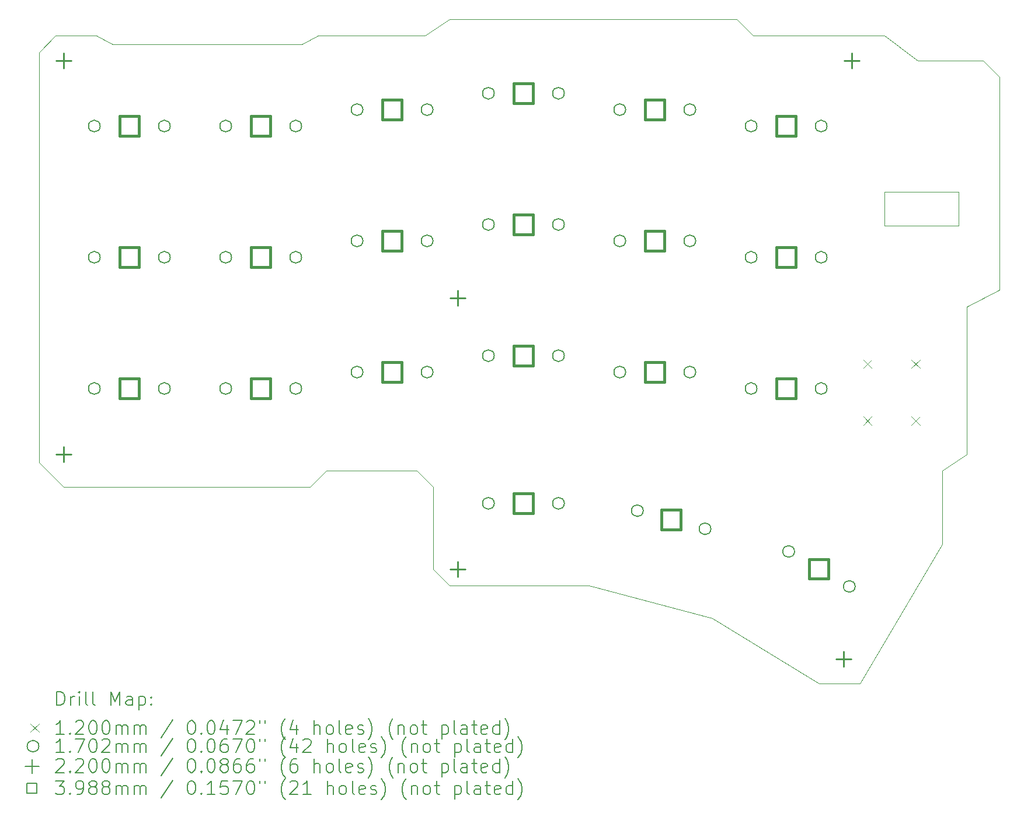
<source format=gbr>
%TF.GenerationSoftware,KiCad,Pcbnew,8.0.4*%
%TF.CreationDate,2024-09-10T22:18:47+03:00*%
%TF.ProjectId,muikku42,6d75696b-6b75-4343-922e-6b696361645f,rev?*%
%TF.SameCoordinates,Original*%
%TF.FileFunction,Drillmap*%
%TF.FilePolarity,Positive*%
%FSLAX45Y45*%
G04 Gerber Fmt 4.5, Leading zero omitted, Abs format (unit mm)*
G04 Created by KiCad (PCBNEW 8.0.4) date 2024-09-10 22:18:47*
%MOMM*%
%LPD*%
G01*
G04 APERTURE LIST*
%ADD10C,0.050000*%
%ADD11C,0.200000*%
%ADD12C,0.120000*%
%ADD13C,0.170180*%
%ADD14C,0.220000*%
%ADD15C,0.398780*%
G04 APERTURE END LIST*
D10*
X16668750Y-6667500D02*
X17740313Y-6667500D01*
X17740313Y-7164687D01*
X16668750Y-7164687D01*
X16668750Y-6667500D01*
X14763750Y-4405313D02*
X16668750Y-4405313D01*
X17145000Y-4762500D01*
X18097500Y-4762500D01*
X18335625Y-5000625D01*
X18335625Y-8096250D01*
X17859375Y-8334375D01*
X17859375Y-10477500D01*
X17502188Y-10715625D01*
X17502188Y-11787187D01*
X16311562Y-13811250D01*
X15716250Y-13811250D01*
X14168437Y-12858750D01*
X12382500Y-12382500D01*
X10358438Y-12382500D01*
X10120313Y-12144375D01*
X10120313Y-10953750D01*
X9882188Y-10715625D01*
X8572500Y-10715625D01*
X8334375Y-10953750D01*
X4762500Y-10953750D01*
X4405313Y-10596563D01*
X4405313Y-4643438D01*
X4643438Y-4405313D01*
X5238750Y-4405313D01*
X5476875Y-4524375D01*
X8215312Y-4524375D01*
X8453438Y-4405313D01*
X10001250Y-4405313D01*
X10358438Y-4167187D01*
X14525625Y-4167187D01*
X14763750Y-4405313D01*
D11*
D12*
X16359687Y-9933125D02*
X16479687Y-10053125D01*
X16479687Y-9933125D02*
X16359687Y-10053125D01*
X16359688Y-9107812D02*
X16479688Y-9227812D01*
X16479688Y-9107812D02*
X16359688Y-9227812D01*
X17059688Y-9933125D02*
X17179688Y-10053125D01*
X17179688Y-9933125D02*
X17059688Y-10053125D01*
X17059688Y-9107812D02*
X17179688Y-9227812D01*
X17179688Y-9107812D02*
X17059688Y-9227812D01*
D13*
X5292090Y-5715000D02*
G75*
G02*
X5121910Y-5715000I-85090J0D01*
G01*
X5121910Y-5715000D02*
G75*
G02*
X5292090Y-5715000I85090J0D01*
G01*
X5292090Y-7620000D02*
G75*
G02*
X5121910Y-7620000I-85090J0D01*
G01*
X5121910Y-7620000D02*
G75*
G02*
X5292090Y-7620000I85090J0D01*
G01*
X5292090Y-9525000D02*
G75*
G02*
X5121910Y-9525000I-85090J0D01*
G01*
X5121910Y-9525000D02*
G75*
G02*
X5292090Y-9525000I85090J0D01*
G01*
X6308090Y-5715000D02*
G75*
G02*
X6137910Y-5715000I-85090J0D01*
G01*
X6137910Y-5715000D02*
G75*
G02*
X6308090Y-5715000I85090J0D01*
G01*
X6308090Y-7620000D02*
G75*
G02*
X6137910Y-7620000I-85090J0D01*
G01*
X6137910Y-7620000D02*
G75*
G02*
X6308090Y-7620000I85090J0D01*
G01*
X6308090Y-9525000D02*
G75*
G02*
X6137910Y-9525000I-85090J0D01*
G01*
X6137910Y-9525000D02*
G75*
G02*
X6308090Y-9525000I85090J0D01*
G01*
X7197090Y-5715000D02*
G75*
G02*
X7026910Y-5715000I-85090J0D01*
G01*
X7026910Y-5715000D02*
G75*
G02*
X7197090Y-5715000I85090J0D01*
G01*
X7197090Y-7620000D02*
G75*
G02*
X7026910Y-7620000I-85090J0D01*
G01*
X7026910Y-7620000D02*
G75*
G02*
X7197090Y-7620000I85090J0D01*
G01*
X7197090Y-9525000D02*
G75*
G02*
X7026910Y-9525000I-85090J0D01*
G01*
X7026910Y-9525000D02*
G75*
G02*
X7197090Y-9525000I85090J0D01*
G01*
X8213090Y-5715000D02*
G75*
G02*
X8042910Y-5715000I-85090J0D01*
G01*
X8042910Y-5715000D02*
G75*
G02*
X8213090Y-5715000I85090J0D01*
G01*
X8213090Y-7620000D02*
G75*
G02*
X8042910Y-7620000I-85090J0D01*
G01*
X8042910Y-7620000D02*
G75*
G02*
X8213090Y-7620000I85090J0D01*
G01*
X8213090Y-9525000D02*
G75*
G02*
X8042910Y-9525000I-85090J0D01*
G01*
X8042910Y-9525000D02*
G75*
G02*
X8213090Y-9525000I85090J0D01*
G01*
X9102090Y-5476875D02*
G75*
G02*
X8931910Y-5476875I-85090J0D01*
G01*
X8931910Y-5476875D02*
G75*
G02*
X9102090Y-5476875I85090J0D01*
G01*
X9102090Y-7381875D02*
G75*
G02*
X8931910Y-7381875I-85090J0D01*
G01*
X8931910Y-7381875D02*
G75*
G02*
X9102090Y-7381875I85090J0D01*
G01*
X9102090Y-9286875D02*
G75*
G02*
X8931910Y-9286875I-85090J0D01*
G01*
X8931910Y-9286875D02*
G75*
G02*
X9102090Y-9286875I85090J0D01*
G01*
X10118090Y-5476875D02*
G75*
G02*
X9947910Y-5476875I-85090J0D01*
G01*
X9947910Y-5476875D02*
G75*
G02*
X10118090Y-5476875I85090J0D01*
G01*
X10118090Y-7381875D02*
G75*
G02*
X9947910Y-7381875I-85090J0D01*
G01*
X9947910Y-7381875D02*
G75*
G02*
X10118090Y-7381875I85090J0D01*
G01*
X10118090Y-9286875D02*
G75*
G02*
X9947910Y-9286875I-85090J0D01*
G01*
X9947910Y-9286875D02*
G75*
G02*
X10118090Y-9286875I85090J0D01*
G01*
X11007090Y-5238750D02*
G75*
G02*
X10836910Y-5238750I-85090J0D01*
G01*
X10836910Y-5238750D02*
G75*
G02*
X11007090Y-5238750I85090J0D01*
G01*
X11007090Y-7143750D02*
G75*
G02*
X10836910Y-7143750I-85090J0D01*
G01*
X10836910Y-7143750D02*
G75*
G02*
X11007090Y-7143750I85090J0D01*
G01*
X11007090Y-9048750D02*
G75*
G02*
X10836910Y-9048750I-85090J0D01*
G01*
X10836910Y-9048750D02*
G75*
G02*
X11007090Y-9048750I85090J0D01*
G01*
X11007090Y-11191875D02*
G75*
G02*
X10836910Y-11191875I-85090J0D01*
G01*
X10836910Y-11191875D02*
G75*
G02*
X11007090Y-11191875I85090J0D01*
G01*
X12023090Y-5238750D02*
G75*
G02*
X11852910Y-5238750I-85090J0D01*
G01*
X11852910Y-5238750D02*
G75*
G02*
X12023090Y-5238750I85090J0D01*
G01*
X12023090Y-7143750D02*
G75*
G02*
X11852910Y-7143750I-85090J0D01*
G01*
X11852910Y-7143750D02*
G75*
G02*
X12023090Y-7143750I85090J0D01*
G01*
X12023090Y-9048750D02*
G75*
G02*
X11852910Y-9048750I-85090J0D01*
G01*
X11852910Y-9048750D02*
G75*
G02*
X12023090Y-9048750I85090J0D01*
G01*
X12023090Y-11191875D02*
G75*
G02*
X11852910Y-11191875I-85090J0D01*
G01*
X11852910Y-11191875D02*
G75*
G02*
X12023090Y-11191875I85090J0D01*
G01*
X12912090Y-5476875D02*
G75*
G02*
X12741910Y-5476875I-85090J0D01*
G01*
X12741910Y-5476875D02*
G75*
G02*
X12912090Y-5476875I85090J0D01*
G01*
X12912090Y-7381875D02*
G75*
G02*
X12741910Y-7381875I-85090J0D01*
G01*
X12741910Y-7381875D02*
G75*
G02*
X12912090Y-7381875I85090J0D01*
G01*
X12912090Y-9286875D02*
G75*
G02*
X12741910Y-9286875I-85090J0D01*
G01*
X12741910Y-9286875D02*
G75*
G02*
X12912090Y-9286875I85090J0D01*
G01*
X13167525Y-11298520D02*
G75*
G02*
X12997345Y-11298520I-85090J0D01*
G01*
X12997345Y-11298520D02*
G75*
G02*
X13167525Y-11298520I85090J0D01*
G01*
X13928090Y-5476875D02*
G75*
G02*
X13757910Y-5476875I-85090J0D01*
G01*
X13757910Y-5476875D02*
G75*
G02*
X13928090Y-5476875I85090J0D01*
G01*
X13928090Y-7381875D02*
G75*
G02*
X13757910Y-7381875I-85090J0D01*
G01*
X13757910Y-7381875D02*
G75*
G02*
X13928090Y-7381875I85090J0D01*
G01*
X13928090Y-9286875D02*
G75*
G02*
X13757910Y-9286875I-85090J0D01*
G01*
X13757910Y-9286875D02*
G75*
G02*
X13928090Y-9286875I85090J0D01*
G01*
X14148905Y-11561480D02*
G75*
G02*
X13978725Y-11561480I-85090J0D01*
G01*
X13978725Y-11561480D02*
G75*
G02*
X14148905Y-11561480I85090J0D01*
G01*
X14817090Y-5715000D02*
G75*
G02*
X14646910Y-5715000I-85090J0D01*
G01*
X14646910Y-5715000D02*
G75*
G02*
X14817090Y-5715000I85090J0D01*
G01*
X14817090Y-7620000D02*
G75*
G02*
X14646910Y-7620000I-85090J0D01*
G01*
X14646910Y-7620000D02*
G75*
G02*
X14817090Y-7620000I85090J0D01*
G01*
X14817090Y-9525000D02*
G75*
G02*
X14646910Y-9525000I-85090J0D01*
G01*
X14646910Y-9525000D02*
G75*
G02*
X14817090Y-9525000I85090J0D01*
G01*
X15361399Y-11890375D02*
G75*
G02*
X15191219Y-11890375I-85090J0D01*
G01*
X15191219Y-11890375D02*
G75*
G02*
X15361399Y-11890375I85090J0D01*
G01*
X15833090Y-5715000D02*
G75*
G02*
X15662910Y-5715000I-85090J0D01*
G01*
X15662910Y-5715000D02*
G75*
G02*
X15833090Y-5715000I85090J0D01*
G01*
X15833090Y-7620000D02*
G75*
G02*
X15662910Y-7620000I-85090J0D01*
G01*
X15662910Y-7620000D02*
G75*
G02*
X15833090Y-7620000I85090J0D01*
G01*
X15833090Y-9525000D02*
G75*
G02*
X15662910Y-9525000I-85090J0D01*
G01*
X15662910Y-9525000D02*
G75*
G02*
X15833090Y-9525000I85090J0D01*
G01*
X16241281Y-12398375D02*
G75*
G02*
X16071101Y-12398375I-85090J0D01*
G01*
X16071101Y-12398375D02*
G75*
G02*
X16241281Y-12398375I85090J0D01*
G01*
D14*
X4762500Y-4652500D02*
X4762500Y-4872500D01*
X4652500Y-4762500D02*
X4872500Y-4762500D01*
X4762500Y-10367500D02*
X4762500Y-10587500D01*
X4652500Y-10477500D02*
X4872500Y-10477500D01*
X10477500Y-8105312D02*
X10477500Y-8325312D01*
X10367500Y-8215312D02*
X10587500Y-8215312D01*
X10477500Y-12034375D02*
X10477500Y-12254375D01*
X10367500Y-12144375D02*
X10587500Y-12144375D01*
X16073437Y-13344062D02*
X16073437Y-13564062D01*
X15963437Y-13454062D02*
X16183437Y-13454062D01*
X16192500Y-4652500D02*
X16192500Y-4872500D01*
X16082500Y-4762500D02*
X16302500Y-4762500D01*
D15*
X5855991Y-5855991D02*
X5855991Y-5574009D01*
X5574009Y-5574009D01*
X5574009Y-5855991D01*
X5855991Y-5855991D01*
X5855991Y-7760991D02*
X5855991Y-7479009D01*
X5574009Y-7479009D01*
X5574009Y-7760991D01*
X5855991Y-7760991D01*
X5855991Y-9665991D02*
X5855991Y-9384009D01*
X5574009Y-9384009D01*
X5574009Y-9665991D01*
X5855991Y-9665991D01*
X7760991Y-5855991D02*
X7760991Y-5574009D01*
X7479009Y-5574009D01*
X7479009Y-5855991D01*
X7760991Y-5855991D01*
X7760991Y-7760991D02*
X7760991Y-7479009D01*
X7479009Y-7479009D01*
X7479009Y-7760991D01*
X7760991Y-7760991D01*
X7760991Y-9665991D02*
X7760991Y-9384009D01*
X7479009Y-9384009D01*
X7479009Y-9665991D01*
X7760991Y-9665991D01*
X9665991Y-5617866D02*
X9665991Y-5335884D01*
X9384009Y-5335884D01*
X9384009Y-5617866D01*
X9665991Y-5617866D01*
X9665991Y-7522866D02*
X9665991Y-7240884D01*
X9384009Y-7240884D01*
X9384009Y-7522866D01*
X9665991Y-7522866D01*
X9665991Y-9427866D02*
X9665991Y-9145884D01*
X9384009Y-9145884D01*
X9384009Y-9427866D01*
X9665991Y-9427866D01*
X11570991Y-5379741D02*
X11570991Y-5097759D01*
X11289009Y-5097759D01*
X11289009Y-5379741D01*
X11570991Y-5379741D01*
X11570991Y-7284741D02*
X11570991Y-7002759D01*
X11289009Y-7002759D01*
X11289009Y-7284741D01*
X11570991Y-7284741D01*
X11570991Y-9189741D02*
X11570991Y-8907759D01*
X11289009Y-8907759D01*
X11289009Y-9189741D01*
X11570991Y-9189741D01*
X11570991Y-11332866D02*
X11570991Y-11050884D01*
X11289009Y-11050884D01*
X11289009Y-11332866D01*
X11570991Y-11332866D01*
X13475991Y-5617866D02*
X13475991Y-5335884D01*
X13194009Y-5335884D01*
X13194009Y-5617866D01*
X13475991Y-5617866D01*
X13475991Y-7522866D02*
X13475991Y-7240884D01*
X13194009Y-7240884D01*
X13194009Y-7522866D01*
X13475991Y-7522866D01*
X13475991Y-9427866D02*
X13475991Y-9145884D01*
X13194009Y-9145884D01*
X13194009Y-9427866D01*
X13475991Y-9427866D01*
X13714116Y-11570991D02*
X13714116Y-11289009D01*
X13432134Y-11289009D01*
X13432134Y-11570991D01*
X13714116Y-11570991D01*
X15380991Y-5855991D02*
X15380991Y-5574009D01*
X15099009Y-5574009D01*
X15099009Y-5855991D01*
X15380991Y-5855991D01*
X15380991Y-7760991D02*
X15380991Y-7479009D01*
X15099009Y-7479009D01*
X15099009Y-7760991D01*
X15380991Y-7760991D01*
X15380991Y-9665991D02*
X15380991Y-9384009D01*
X15099009Y-9384009D01*
X15099009Y-9665991D01*
X15380991Y-9665991D01*
X15857241Y-12285366D02*
X15857241Y-12003384D01*
X15575259Y-12003384D01*
X15575259Y-12285366D01*
X15857241Y-12285366D01*
D11*
X4663589Y-14125234D02*
X4663589Y-13925234D01*
X4663589Y-13925234D02*
X4711208Y-13925234D01*
X4711208Y-13925234D02*
X4739780Y-13934758D01*
X4739780Y-13934758D02*
X4758827Y-13953805D01*
X4758827Y-13953805D02*
X4768351Y-13972853D01*
X4768351Y-13972853D02*
X4777875Y-14010948D01*
X4777875Y-14010948D02*
X4777875Y-14039519D01*
X4777875Y-14039519D02*
X4768351Y-14077615D01*
X4768351Y-14077615D02*
X4758827Y-14096662D01*
X4758827Y-14096662D02*
X4739780Y-14115710D01*
X4739780Y-14115710D02*
X4711208Y-14125234D01*
X4711208Y-14125234D02*
X4663589Y-14125234D01*
X4863589Y-14125234D02*
X4863589Y-13991900D01*
X4863589Y-14029996D02*
X4873113Y-14010948D01*
X4873113Y-14010948D02*
X4882637Y-14001424D01*
X4882637Y-14001424D02*
X4901685Y-13991900D01*
X4901685Y-13991900D02*
X4920732Y-13991900D01*
X4987399Y-14125234D02*
X4987399Y-13991900D01*
X4987399Y-13925234D02*
X4977875Y-13934758D01*
X4977875Y-13934758D02*
X4987399Y-13944281D01*
X4987399Y-13944281D02*
X4996923Y-13934758D01*
X4996923Y-13934758D02*
X4987399Y-13925234D01*
X4987399Y-13925234D02*
X4987399Y-13944281D01*
X5111208Y-14125234D02*
X5092161Y-14115710D01*
X5092161Y-14115710D02*
X5082637Y-14096662D01*
X5082637Y-14096662D02*
X5082637Y-13925234D01*
X5215970Y-14125234D02*
X5196923Y-14115710D01*
X5196923Y-14115710D02*
X5187399Y-14096662D01*
X5187399Y-14096662D02*
X5187399Y-13925234D01*
X5444542Y-14125234D02*
X5444542Y-13925234D01*
X5444542Y-13925234D02*
X5511208Y-14068091D01*
X5511208Y-14068091D02*
X5577875Y-13925234D01*
X5577875Y-13925234D02*
X5577875Y-14125234D01*
X5758827Y-14125234D02*
X5758827Y-14020472D01*
X5758827Y-14020472D02*
X5749304Y-14001424D01*
X5749304Y-14001424D02*
X5730256Y-13991900D01*
X5730256Y-13991900D02*
X5692161Y-13991900D01*
X5692161Y-13991900D02*
X5673113Y-14001424D01*
X5758827Y-14115710D02*
X5739780Y-14125234D01*
X5739780Y-14125234D02*
X5692161Y-14125234D01*
X5692161Y-14125234D02*
X5673113Y-14115710D01*
X5673113Y-14115710D02*
X5663589Y-14096662D01*
X5663589Y-14096662D02*
X5663589Y-14077615D01*
X5663589Y-14077615D02*
X5673113Y-14058567D01*
X5673113Y-14058567D02*
X5692161Y-14049043D01*
X5692161Y-14049043D02*
X5739780Y-14049043D01*
X5739780Y-14049043D02*
X5758827Y-14039519D01*
X5854065Y-13991900D02*
X5854065Y-14191900D01*
X5854065Y-14001424D02*
X5873113Y-13991900D01*
X5873113Y-13991900D02*
X5911208Y-13991900D01*
X5911208Y-13991900D02*
X5930256Y-14001424D01*
X5930256Y-14001424D02*
X5939780Y-14010948D01*
X5939780Y-14010948D02*
X5949304Y-14029996D01*
X5949304Y-14029996D02*
X5949304Y-14087138D01*
X5949304Y-14087138D02*
X5939780Y-14106186D01*
X5939780Y-14106186D02*
X5930256Y-14115710D01*
X5930256Y-14115710D02*
X5911208Y-14125234D01*
X5911208Y-14125234D02*
X5873113Y-14125234D01*
X5873113Y-14125234D02*
X5854065Y-14115710D01*
X6035018Y-14106186D02*
X6044542Y-14115710D01*
X6044542Y-14115710D02*
X6035018Y-14125234D01*
X6035018Y-14125234D02*
X6025494Y-14115710D01*
X6025494Y-14115710D02*
X6035018Y-14106186D01*
X6035018Y-14106186D02*
X6035018Y-14125234D01*
X6035018Y-14001424D02*
X6044542Y-14010948D01*
X6044542Y-14010948D02*
X6035018Y-14020472D01*
X6035018Y-14020472D02*
X6025494Y-14010948D01*
X6025494Y-14010948D02*
X6035018Y-14001424D01*
X6035018Y-14001424D02*
X6035018Y-14020472D01*
D12*
X4282813Y-14393750D02*
X4402813Y-14513750D01*
X4402813Y-14393750D02*
X4282813Y-14513750D01*
D11*
X4768351Y-14545234D02*
X4654066Y-14545234D01*
X4711208Y-14545234D02*
X4711208Y-14345234D01*
X4711208Y-14345234D02*
X4692161Y-14373805D01*
X4692161Y-14373805D02*
X4673113Y-14392853D01*
X4673113Y-14392853D02*
X4654066Y-14402377D01*
X4854066Y-14526186D02*
X4863589Y-14535710D01*
X4863589Y-14535710D02*
X4854066Y-14545234D01*
X4854066Y-14545234D02*
X4844542Y-14535710D01*
X4844542Y-14535710D02*
X4854066Y-14526186D01*
X4854066Y-14526186D02*
X4854066Y-14545234D01*
X4939780Y-14364281D02*
X4949304Y-14354758D01*
X4949304Y-14354758D02*
X4968351Y-14345234D01*
X4968351Y-14345234D02*
X5015970Y-14345234D01*
X5015970Y-14345234D02*
X5035018Y-14354758D01*
X5035018Y-14354758D02*
X5044542Y-14364281D01*
X5044542Y-14364281D02*
X5054066Y-14383329D01*
X5054066Y-14383329D02*
X5054066Y-14402377D01*
X5054066Y-14402377D02*
X5044542Y-14430948D01*
X5044542Y-14430948D02*
X4930256Y-14545234D01*
X4930256Y-14545234D02*
X5054066Y-14545234D01*
X5177875Y-14345234D02*
X5196923Y-14345234D01*
X5196923Y-14345234D02*
X5215970Y-14354758D01*
X5215970Y-14354758D02*
X5225494Y-14364281D01*
X5225494Y-14364281D02*
X5235018Y-14383329D01*
X5235018Y-14383329D02*
X5244542Y-14421424D01*
X5244542Y-14421424D02*
X5244542Y-14469043D01*
X5244542Y-14469043D02*
X5235018Y-14507138D01*
X5235018Y-14507138D02*
X5225494Y-14526186D01*
X5225494Y-14526186D02*
X5215970Y-14535710D01*
X5215970Y-14535710D02*
X5196923Y-14545234D01*
X5196923Y-14545234D02*
X5177875Y-14545234D01*
X5177875Y-14545234D02*
X5158827Y-14535710D01*
X5158827Y-14535710D02*
X5149304Y-14526186D01*
X5149304Y-14526186D02*
X5139780Y-14507138D01*
X5139780Y-14507138D02*
X5130256Y-14469043D01*
X5130256Y-14469043D02*
X5130256Y-14421424D01*
X5130256Y-14421424D02*
X5139780Y-14383329D01*
X5139780Y-14383329D02*
X5149304Y-14364281D01*
X5149304Y-14364281D02*
X5158827Y-14354758D01*
X5158827Y-14354758D02*
X5177875Y-14345234D01*
X5368351Y-14345234D02*
X5387399Y-14345234D01*
X5387399Y-14345234D02*
X5406447Y-14354758D01*
X5406447Y-14354758D02*
X5415970Y-14364281D01*
X5415970Y-14364281D02*
X5425494Y-14383329D01*
X5425494Y-14383329D02*
X5435018Y-14421424D01*
X5435018Y-14421424D02*
X5435018Y-14469043D01*
X5435018Y-14469043D02*
X5425494Y-14507138D01*
X5425494Y-14507138D02*
X5415970Y-14526186D01*
X5415970Y-14526186D02*
X5406447Y-14535710D01*
X5406447Y-14535710D02*
X5387399Y-14545234D01*
X5387399Y-14545234D02*
X5368351Y-14545234D01*
X5368351Y-14545234D02*
X5349304Y-14535710D01*
X5349304Y-14535710D02*
X5339780Y-14526186D01*
X5339780Y-14526186D02*
X5330256Y-14507138D01*
X5330256Y-14507138D02*
X5320732Y-14469043D01*
X5320732Y-14469043D02*
X5320732Y-14421424D01*
X5320732Y-14421424D02*
X5330256Y-14383329D01*
X5330256Y-14383329D02*
X5339780Y-14364281D01*
X5339780Y-14364281D02*
X5349304Y-14354758D01*
X5349304Y-14354758D02*
X5368351Y-14345234D01*
X5520732Y-14545234D02*
X5520732Y-14411900D01*
X5520732Y-14430948D02*
X5530256Y-14421424D01*
X5530256Y-14421424D02*
X5549304Y-14411900D01*
X5549304Y-14411900D02*
X5577875Y-14411900D01*
X5577875Y-14411900D02*
X5596923Y-14421424D01*
X5596923Y-14421424D02*
X5606446Y-14440472D01*
X5606446Y-14440472D02*
X5606446Y-14545234D01*
X5606446Y-14440472D02*
X5615970Y-14421424D01*
X5615970Y-14421424D02*
X5635018Y-14411900D01*
X5635018Y-14411900D02*
X5663589Y-14411900D01*
X5663589Y-14411900D02*
X5682637Y-14421424D01*
X5682637Y-14421424D02*
X5692161Y-14440472D01*
X5692161Y-14440472D02*
X5692161Y-14545234D01*
X5787399Y-14545234D02*
X5787399Y-14411900D01*
X5787399Y-14430948D02*
X5796923Y-14421424D01*
X5796923Y-14421424D02*
X5815970Y-14411900D01*
X5815970Y-14411900D02*
X5844542Y-14411900D01*
X5844542Y-14411900D02*
X5863589Y-14421424D01*
X5863589Y-14421424D02*
X5873113Y-14440472D01*
X5873113Y-14440472D02*
X5873113Y-14545234D01*
X5873113Y-14440472D02*
X5882637Y-14421424D01*
X5882637Y-14421424D02*
X5901685Y-14411900D01*
X5901685Y-14411900D02*
X5930256Y-14411900D01*
X5930256Y-14411900D02*
X5949304Y-14421424D01*
X5949304Y-14421424D02*
X5958827Y-14440472D01*
X5958827Y-14440472D02*
X5958827Y-14545234D01*
X6349304Y-14335710D02*
X6177875Y-14592853D01*
X6606447Y-14345234D02*
X6625494Y-14345234D01*
X6625494Y-14345234D02*
X6644542Y-14354758D01*
X6644542Y-14354758D02*
X6654066Y-14364281D01*
X6654066Y-14364281D02*
X6663589Y-14383329D01*
X6663589Y-14383329D02*
X6673113Y-14421424D01*
X6673113Y-14421424D02*
X6673113Y-14469043D01*
X6673113Y-14469043D02*
X6663589Y-14507138D01*
X6663589Y-14507138D02*
X6654066Y-14526186D01*
X6654066Y-14526186D02*
X6644542Y-14535710D01*
X6644542Y-14535710D02*
X6625494Y-14545234D01*
X6625494Y-14545234D02*
X6606447Y-14545234D01*
X6606447Y-14545234D02*
X6587399Y-14535710D01*
X6587399Y-14535710D02*
X6577875Y-14526186D01*
X6577875Y-14526186D02*
X6568351Y-14507138D01*
X6568351Y-14507138D02*
X6558828Y-14469043D01*
X6558828Y-14469043D02*
X6558828Y-14421424D01*
X6558828Y-14421424D02*
X6568351Y-14383329D01*
X6568351Y-14383329D02*
X6577875Y-14364281D01*
X6577875Y-14364281D02*
X6587399Y-14354758D01*
X6587399Y-14354758D02*
X6606447Y-14345234D01*
X6758828Y-14526186D02*
X6768351Y-14535710D01*
X6768351Y-14535710D02*
X6758828Y-14545234D01*
X6758828Y-14545234D02*
X6749304Y-14535710D01*
X6749304Y-14535710D02*
X6758828Y-14526186D01*
X6758828Y-14526186D02*
X6758828Y-14545234D01*
X6892161Y-14345234D02*
X6911209Y-14345234D01*
X6911209Y-14345234D02*
X6930256Y-14354758D01*
X6930256Y-14354758D02*
X6939780Y-14364281D01*
X6939780Y-14364281D02*
X6949304Y-14383329D01*
X6949304Y-14383329D02*
X6958828Y-14421424D01*
X6958828Y-14421424D02*
X6958828Y-14469043D01*
X6958828Y-14469043D02*
X6949304Y-14507138D01*
X6949304Y-14507138D02*
X6939780Y-14526186D01*
X6939780Y-14526186D02*
X6930256Y-14535710D01*
X6930256Y-14535710D02*
X6911209Y-14545234D01*
X6911209Y-14545234D02*
X6892161Y-14545234D01*
X6892161Y-14545234D02*
X6873113Y-14535710D01*
X6873113Y-14535710D02*
X6863589Y-14526186D01*
X6863589Y-14526186D02*
X6854066Y-14507138D01*
X6854066Y-14507138D02*
X6844542Y-14469043D01*
X6844542Y-14469043D02*
X6844542Y-14421424D01*
X6844542Y-14421424D02*
X6854066Y-14383329D01*
X6854066Y-14383329D02*
X6863589Y-14364281D01*
X6863589Y-14364281D02*
X6873113Y-14354758D01*
X6873113Y-14354758D02*
X6892161Y-14345234D01*
X7130256Y-14411900D02*
X7130256Y-14545234D01*
X7082637Y-14335710D02*
X7035018Y-14478567D01*
X7035018Y-14478567D02*
X7158828Y-14478567D01*
X7215970Y-14345234D02*
X7349304Y-14345234D01*
X7349304Y-14345234D02*
X7263589Y-14545234D01*
X7415970Y-14364281D02*
X7425494Y-14354758D01*
X7425494Y-14354758D02*
X7444542Y-14345234D01*
X7444542Y-14345234D02*
X7492161Y-14345234D01*
X7492161Y-14345234D02*
X7511209Y-14354758D01*
X7511209Y-14354758D02*
X7520732Y-14364281D01*
X7520732Y-14364281D02*
X7530256Y-14383329D01*
X7530256Y-14383329D02*
X7530256Y-14402377D01*
X7530256Y-14402377D02*
X7520732Y-14430948D01*
X7520732Y-14430948D02*
X7406447Y-14545234D01*
X7406447Y-14545234D02*
X7530256Y-14545234D01*
X7606447Y-14345234D02*
X7606447Y-14383329D01*
X7682637Y-14345234D02*
X7682637Y-14383329D01*
X7977875Y-14621424D02*
X7968351Y-14611900D01*
X7968351Y-14611900D02*
X7949304Y-14583329D01*
X7949304Y-14583329D02*
X7939780Y-14564281D01*
X7939780Y-14564281D02*
X7930256Y-14535710D01*
X7930256Y-14535710D02*
X7920732Y-14488091D01*
X7920732Y-14488091D02*
X7920732Y-14449996D01*
X7920732Y-14449996D02*
X7930256Y-14402377D01*
X7930256Y-14402377D02*
X7939780Y-14373805D01*
X7939780Y-14373805D02*
X7949304Y-14354758D01*
X7949304Y-14354758D02*
X7968351Y-14326186D01*
X7968351Y-14326186D02*
X7977875Y-14316662D01*
X8139780Y-14411900D02*
X8139780Y-14545234D01*
X8092161Y-14335710D02*
X8044542Y-14478567D01*
X8044542Y-14478567D02*
X8168351Y-14478567D01*
X8396923Y-14545234D02*
X8396923Y-14345234D01*
X8482637Y-14545234D02*
X8482637Y-14440472D01*
X8482637Y-14440472D02*
X8473114Y-14421424D01*
X8473114Y-14421424D02*
X8454066Y-14411900D01*
X8454066Y-14411900D02*
X8425494Y-14411900D01*
X8425494Y-14411900D02*
X8406447Y-14421424D01*
X8406447Y-14421424D02*
X8396923Y-14430948D01*
X8606447Y-14545234D02*
X8587399Y-14535710D01*
X8587399Y-14535710D02*
X8577875Y-14526186D01*
X8577875Y-14526186D02*
X8568352Y-14507138D01*
X8568352Y-14507138D02*
X8568352Y-14449996D01*
X8568352Y-14449996D02*
X8577875Y-14430948D01*
X8577875Y-14430948D02*
X8587399Y-14421424D01*
X8587399Y-14421424D02*
X8606447Y-14411900D01*
X8606447Y-14411900D02*
X8635018Y-14411900D01*
X8635018Y-14411900D02*
X8654066Y-14421424D01*
X8654066Y-14421424D02*
X8663590Y-14430948D01*
X8663590Y-14430948D02*
X8673114Y-14449996D01*
X8673114Y-14449996D02*
X8673114Y-14507138D01*
X8673114Y-14507138D02*
X8663590Y-14526186D01*
X8663590Y-14526186D02*
X8654066Y-14535710D01*
X8654066Y-14535710D02*
X8635018Y-14545234D01*
X8635018Y-14545234D02*
X8606447Y-14545234D01*
X8787399Y-14545234D02*
X8768352Y-14535710D01*
X8768352Y-14535710D02*
X8758828Y-14516662D01*
X8758828Y-14516662D02*
X8758828Y-14345234D01*
X8939780Y-14535710D02*
X8920733Y-14545234D01*
X8920733Y-14545234D02*
X8882637Y-14545234D01*
X8882637Y-14545234D02*
X8863590Y-14535710D01*
X8863590Y-14535710D02*
X8854066Y-14516662D01*
X8854066Y-14516662D02*
X8854066Y-14440472D01*
X8854066Y-14440472D02*
X8863590Y-14421424D01*
X8863590Y-14421424D02*
X8882637Y-14411900D01*
X8882637Y-14411900D02*
X8920733Y-14411900D01*
X8920733Y-14411900D02*
X8939780Y-14421424D01*
X8939780Y-14421424D02*
X8949304Y-14440472D01*
X8949304Y-14440472D02*
X8949304Y-14459519D01*
X8949304Y-14459519D02*
X8854066Y-14478567D01*
X9025495Y-14535710D02*
X9044542Y-14545234D01*
X9044542Y-14545234D02*
X9082637Y-14545234D01*
X9082637Y-14545234D02*
X9101685Y-14535710D01*
X9101685Y-14535710D02*
X9111209Y-14516662D01*
X9111209Y-14516662D02*
X9111209Y-14507138D01*
X9111209Y-14507138D02*
X9101685Y-14488091D01*
X9101685Y-14488091D02*
X9082637Y-14478567D01*
X9082637Y-14478567D02*
X9054066Y-14478567D01*
X9054066Y-14478567D02*
X9035018Y-14469043D01*
X9035018Y-14469043D02*
X9025495Y-14449996D01*
X9025495Y-14449996D02*
X9025495Y-14440472D01*
X9025495Y-14440472D02*
X9035018Y-14421424D01*
X9035018Y-14421424D02*
X9054066Y-14411900D01*
X9054066Y-14411900D02*
X9082637Y-14411900D01*
X9082637Y-14411900D02*
X9101685Y-14421424D01*
X9177876Y-14621424D02*
X9187399Y-14611900D01*
X9187399Y-14611900D02*
X9206447Y-14583329D01*
X9206447Y-14583329D02*
X9215971Y-14564281D01*
X9215971Y-14564281D02*
X9225495Y-14535710D01*
X9225495Y-14535710D02*
X9235018Y-14488091D01*
X9235018Y-14488091D02*
X9235018Y-14449996D01*
X9235018Y-14449996D02*
X9225495Y-14402377D01*
X9225495Y-14402377D02*
X9215971Y-14373805D01*
X9215971Y-14373805D02*
X9206447Y-14354758D01*
X9206447Y-14354758D02*
X9187399Y-14326186D01*
X9187399Y-14326186D02*
X9177876Y-14316662D01*
X9539780Y-14621424D02*
X9530256Y-14611900D01*
X9530256Y-14611900D02*
X9511209Y-14583329D01*
X9511209Y-14583329D02*
X9501685Y-14564281D01*
X9501685Y-14564281D02*
X9492161Y-14535710D01*
X9492161Y-14535710D02*
X9482637Y-14488091D01*
X9482637Y-14488091D02*
X9482637Y-14449996D01*
X9482637Y-14449996D02*
X9492161Y-14402377D01*
X9492161Y-14402377D02*
X9501685Y-14373805D01*
X9501685Y-14373805D02*
X9511209Y-14354758D01*
X9511209Y-14354758D02*
X9530256Y-14326186D01*
X9530256Y-14326186D02*
X9539780Y-14316662D01*
X9615971Y-14411900D02*
X9615971Y-14545234D01*
X9615971Y-14430948D02*
X9625495Y-14421424D01*
X9625495Y-14421424D02*
X9644542Y-14411900D01*
X9644542Y-14411900D02*
X9673114Y-14411900D01*
X9673114Y-14411900D02*
X9692161Y-14421424D01*
X9692161Y-14421424D02*
X9701685Y-14440472D01*
X9701685Y-14440472D02*
X9701685Y-14545234D01*
X9825495Y-14545234D02*
X9806447Y-14535710D01*
X9806447Y-14535710D02*
X9796923Y-14526186D01*
X9796923Y-14526186D02*
X9787399Y-14507138D01*
X9787399Y-14507138D02*
X9787399Y-14449996D01*
X9787399Y-14449996D02*
X9796923Y-14430948D01*
X9796923Y-14430948D02*
X9806447Y-14421424D01*
X9806447Y-14421424D02*
X9825495Y-14411900D01*
X9825495Y-14411900D02*
X9854066Y-14411900D01*
X9854066Y-14411900D02*
X9873114Y-14421424D01*
X9873114Y-14421424D02*
X9882637Y-14430948D01*
X9882637Y-14430948D02*
X9892161Y-14449996D01*
X9892161Y-14449996D02*
X9892161Y-14507138D01*
X9892161Y-14507138D02*
X9882637Y-14526186D01*
X9882637Y-14526186D02*
X9873114Y-14535710D01*
X9873114Y-14535710D02*
X9854066Y-14545234D01*
X9854066Y-14545234D02*
X9825495Y-14545234D01*
X9949304Y-14411900D02*
X10025495Y-14411900D01*
X9977876Y-14345234D02*
X9977876Y-14516662D01*
X9977876Y-14516662D02*
X9987399Y-14535710D01*
X9987399Y-14535710D02*
X10006447Y-14545234D01*
X10006447Y-14545234D02*
X10025495Y-14545234D01*
X10244542Y-14411900D02*
X10244542Y-14611900D01*
X10244542Y-14421424D02*
X10263590Y-14411900D01*
X10263590Y-14411900D02*
X10301685Y-14411900D01*
X10301685Y-14411900D02*
X10320733Y-14421424D01*
X10320733Y-14421424D02*
X10330257Y-14430948D01*
X10330257Y-14430948D02*
X10339780Y-14449996D01*
X10339780Y-14449996D02*
X10339780Y-14507138D01*
X10339780Y-14507138D02*
X10330257Y-14526186D01*
X10330257Y-14526186D02*
X10320733Y-14535710D01*
X10320733Y-14535710D02*
X10301685Y-14545234D01*
X10301685Y-14545234D02*
X10263590Y-14545234D01*
X10263590Y-14545234D02*
X10244542Y-14535710D01*
X10454066Y-14545234D02*
X10435018Y-14535710D01*
X10435018Y-14535710D02*
X10425495Y-14516662D01*
X10425495Y-14516662D02*
X10425495Y-14345234D01*
X10615971Y-14545234D02*
X10615971Y-14440472D01*
X10615971Y-14440472D02*
X10606447Y-14421424D01*
X10606447Y-14421424D02*
X10587399Y-14411900D01*
X10587399Y-14411900D02*
X10549304Y-14411900D01*
X10549304Y-14411900D02*
X10530257Y-14421424D01*
X10615971Y-14535710D02*
X10596923Y-14545234D01*
X10596923Y-14545234D02*
X10549304Y-14545234D01*
X10549304Y-14545234D02*
X10530257Y-14535710D01*
X10530257Y-14535710D02*
X10520733Y-14516662D01*
X10520733Y-14516662D02*
X10520733Y-14497615D01*
X10520733Y-14497615D02*
X10530257Y-14478567D01*
X10530257Y-14478567D02*
X10549304Y-14469043D01*
X10549304Y-14469043D02*
X10596923Y-14469043D01*
X10596923Y-14469043D02*
X10615971Y-14459519D01*
X10682638Y-14411900D02*
X10758828Y-14411900D01*
X10711209Y-14345234D02*
X10711209Y-14516662D01*
X10711209Y-14516662D02*
X10720733Y-14535710D01*
X10720733Y-14535710D02*
X10739780Y-14545234D01*
X10739780Y-14545234D02*
X10758828Y-14545234D01*
X10901685Y-14535710D02*
X10882638Y-14545234D01*
X10882638Y-14545234D02*
X10844542Y-14545234D01*
X10844542Y-14545234D02*
X10825495Y-14535710D01*
X10825495Y-14535710D02*
X10815971Y-14516662D01*
X10815971Y-14516662D02*
X10815971Y-14440472D01*
X10815971Y-14440472D02*
X10825495Y-14421424D01*
X10825495Y-14421424D02*
X10844542Y-14411900D01*
X10844542Y-14411900D02*
X10882638Y-14411900D01*
X10882638Y-14411900D02*
X10901685Y-14421424D01*
X10901685Y-14421424D02*
X10911209Y-14440472D01*
X10911209Y-14440472D02*
X10911209Y-14459519D01*
X10911209Y-14459519D02*
X10815971Y-14478567D01*
X11082638Y-14545234D02*
X11082638Y-14345234D01*
X11082638Y-14535710D02*
X11063590Y-14545234D01*
X11063590Y-14545234D02*
X11025495Y-14545234D01*
X11025495Y-14545234D02*
X11006447Y-14535710D01*
X11006447Y-14535710D02*
X10996923Y-14526186D01*
X10996923Y-14526186D02*
X10987399Y-14507138D01*
X10987399Y-14507138D02*
X10987399Y-14449996D01*
X10987399Y-14449996D02*
X10996923Y-14430948D01*
X10996923Y-14430948D02*
X11006447Y-14421424D01*
X11006447Y-14421424D02*
X11025495Y-14411900D01*
X11025495Y-14411900D02*
X11063590Y-14411900D01*
X11063590Y-14411900D02*
X11082638Y-14421424D01*
X11158828Y-14621424D02*
X11168352Y-14611900D01*
X11168352Y-14611900D02*
X11187399Y-14583329D01*
X11187399Y-14583329D02*
X11196923Y-14564281D01*
X11196923Y-14564281D02*
X11206447Y-14535710D01*
X11206447Y-14535710D02*
X11215971Y-14488091D01*
X11215971Y-14488091D02*
X11215971Y-14449996D01*
X11215971Y-14449996D02*
X11206447Y-14402377D01*
X11206447Y-14402377D02*
X11196923Y-14373805D01*
X11196923Y-14373805D02*
X11187399Y-14354758D01*
X11187399Y-14354758D02*
X11168352Y-14326186D01*
X11168352Y-14326186D02*
X11158828Y-14316662D01*
D13*
X4402813Y-14717750D02*
G75*
G02*
X4232633Y-14717750I-85090J0D01*
G01*
X4232633Y-14717750D02*
G75*
G02*
X4402813Y-14717750I85090J0D01*
G01*
D11*
X4768351Y-14809234D02*
X4654066Y-14809234D01*
X4711208Y-14809234D02*
X4711208Y-14609234D01*
X4711208Y-14609234D02*
X4692161Y-14637805D01*
X4692161Y-14637805D02*
X4673113Y-14656853D01*
X4673113Y-14656853D02*
X4654066Y-14666377D01*
X4854066Y-14790186D02*
X4863589Y-14799710D01*
X4863589Y-14799710D02*
X4854066Y-14809234D01*
X4854066Y-14809234D02*
X4844542Y-14799710D01*
X4844542Y-14799710D02*
X4854066Y-14790186D01*
X4854066Y-14790186D02*
X4854066Y-14809234D01*
X4930256Y-14609234D02*
X5063589Y-14609234D01*
X5063589Y-14609234D02*
X4977875Y-14809234D01*
X5177875Y-14609234D02*
X5196923Y-14609234D01*
X5196923Y-14609234D02*
X5215970Y-14618758D01*
X5215970Y-14618758D02*
X5225494Y-14628281D01*
X5225494Y-14628281D02*
X5235018Y-14647329D01*
X5235018Y-14647329D02*
X5244542Y-14685424D01*
X5244542Y-14685424D02*
X5244542Y-14733043D01*
X5244542Y-14733043D02*
X5235018Y-14771138D01*
X5235018Y-14771138D02*
X5225494Y-14790186D01*
X5225494Y-14790186D02*
X5215970Y-14799710D01*
X5215970Y-14799710D02*
X5196923Y-14809234D01*
X5196923Y-14809234D02*
X5177875Y-14809234D01*
X5177875Y-14809234D02*
X5158827Y-14799710D01*
X5158827Y-14799710D02*
X5149304Y-14790186D01*
X5149304Y-14790186D02*
X5139780Y-14771138D01*
X5139780Y-14771138D02*
X5130256Y-14733043D01*
X5130256Y-14733043D02*
X5130256Y-14685424D01*
X5130256Y-14685424D02*
X5139780Y-14647329D01*
X5139780Y-14647329D02*
X5149304Y-14628281D01*
X5149304Y-14628281D02*
X5158827Y-14618758D01*
X5158827Y-14618758D02*
X5177875Y-14609234D01*
X5320732Y-14628281D02*
X5330256Y-14618758D01*
X5330256Y-14618758D02*
X5349304Y-14609234D01*
X5349304Y-14609234D02*
X5396923Y-14609234D01*
X5396923Y-14609234D02*
X5415970Y-14618758D01*
X5415970Y-14618758D02*
X5425494Y-14628281D01*
X5425494Y-14628281D02*
X5435018Y-14647329D01*
X5435018Y-14647329D02*
X5435018Y-14666377D01*
X5435018Y-14666377D02*
X5425494Y-14694948D01*
X5425494Y-14694948D02*
X5311208Y-14809234D01*
X5311208Y-14809234D02*
X5435018Y-14809234D01*
X5520732Y-14809234D02*
X5520732Y-14675900D01*
X5520732Y-14694948D02*
X5530256Y-14685424D01*
X5530256Y-14685424D02*
X5549304Y-14675900D01*
X5549304Y-14675900D02*
X5577875Y-14675900D01*
X5577875Y-14675900D02*
X5596923Y-14685424D01*
X5596923Y-14685424D02*
X5606446Y-14704472D01*
X5606446Y-14704472D02*
X5606446Y-14809234D01*
X5606446Y-14704472D02*
X5615970Y-14685424D01*
X5615970Y-14685424D02*
X5635018Y-14675900D01*
X5635018Y-14675900D02*
X5663589Y-14675900D01*
X5663589Y-14675900D02*
X5682637Y-14685424D01*
X5682637Y-14685424D02*
X5692161Y-14704472D01*
X5692161Y-14704472D02*
X5692161Y-14809234D01*
X5787399Y-14809234D02*
X5787399Y-14675900D01*
X5787399Y-14694948D02*
X5796923Y-14685424D01*
X5796923Y-14685424D02*
X5815970Y-14675900D01*
X5815970Y-14675900D02*
X5844542Y-14675900D01*
X5844542Y-14675900D02*
X5863589Y-14685424D01*
X5863589Y-14685424D02*
X5873113Y-14704472D01*
X5873113Y-14704472D02*
X5873113Y-14809234D01*
X5873113Y-14704472D02*
X5882637Y-14685424D01*
X5882637Y-14685424D02*
X5901685Y-14675900D01*
X5901685Y-14675900D02*
X5930256Y-14675900D01*
X5930256Y-14675900D02*
X5949304Y-14685424D01*
X5949304Y-14685424D02*
X5958827Y-14704472D01*
X5958827Y-14704472D02*
X5958827Y-14809234D01*
X6349304Y-14599710D02*
X6177875Y-14856853D01*
X6606447Y-14609234D02*
X6625494Y-14609234D01*
X6625494Y-14609234D02*
X6644542Y-14618758D01*
X6644542Y-14618758D02*
X6654066Y-14628281D01*
X6654066Y-14628281D02*
X6663589Y-14647329D01*
X6663589Y-14647329D02*
X6673113Y-14685424D01*
X6673113Y-14685424D02*
X6673113Y-14733043D01*
X6673113Y-14733043D02*
X6663589Y-14771138D01*
X6663589Y-14771138D02*
X6654066Y-14790186D01*
X6654066Y-14790186D02*
X6644542Y-14799710D01*
X6644542Y-14799710D02*
X6625494Y-14809234D01*
X6625494Y-14809234D02*
X6606447Y-14809234D01*
X6606447Y-14809234D02*
X6587399Y-14799710D01*
X6587399Y-14799710D02*
X6577875Y-14790186D01*
X6577875Y-14790186D02*
X6568351Y-14771138D01*
X6568351Y-14771138D02*
X6558828Y-14733043D01*
X6558828Y-14733043D02*
X6558828Y-14685424D01*
X6558828Y-14685424D02*
X6568351Y-14647329D01*
X6568351Y-14647329D02*
X6577875Y-14628281D01*
X6577875Y-14628281D02*
X6587399Y-14618758D01*
X6587399Y-14618758D02*
X6606447Y-14609234D01*
X6758828Y-14790186D02*
X6768351Y-14799710D01*
X6768351Y-14799710D02*
X6758828Y-14809234D01*
X6758828Y-14809234D02*
X6749304Y-14799710D01*
X6749304Y-14799710D02*
X6758828Y-14790186D01*
X6758828Y-14790186D02*
X6758828Y-14809234D01*
X6892161Y-14609234D02*
X6911209Y-14609234D01*
X6911209Y-14609234D02*
X6930256Y-14618758D01*
X6930256Y-14618758D02*
X6939780Y-14628281D01*
X6939780Y-14628281D02*
X6949304Y-14647329D01*
X6949304Y-14647329D02*
X6958828Y-14685424D01*
X6958828Y-14685424D02*
X6958828Y-14733043D01*
X6958828Y-14733043D02*
X6949304Y-14771138D01*
X6949304Y-14771138D02*
X6939780Y-14790186D01*
X6939780Y-14790186D02*
X6930256Y-14799710D01*
X6930256Y-14799710D02*
X6911209Y-14809234D01*
X6911209Y-14809234D02*
X6892161Y-14809234D01*
X6892161Y-14809234D02*
X6873113Y-14799710D01*
X6873113Y-14799710D02*
X6863589Y-14790186D01*
X6863589Y-14790186D02*
X6854066Y-14771138D01*
X6854066Y-14771138D02*
X6844542Y-14733043D01*
X6844542Y-14733043D02*
X6844542Y-14685424D01*
X6844542Y-14685424D02*
X6854066Y-14647329D01*
X6854066Y-14647329D02*
X6863589Y-14628281D01*
X6863589Y-14628281D02*
X6873113Y-14618758D01*
X6873113Y-14618758D02*
X6892161Y-14609234D01*
X7130256Y-14609234D02*
X7092161Y-14609234D01*
X7092161Y-14609234D02*
X7073113Y-14618758D01*
X7073113Y-14618758D02*
X7063589Y-14628281D01*
X7063589Y-14628281D02*
X7044542Y-14656853D01*
X7044542Y-14656853D02*
X7035018Y-14694948D01*
X7035018Y-14694948D02*
X7035018Y-14771138D01*
X7035018Y-14771138D02*
X7044542Y-14790186D01*
X7044542Y-14790186D02*
X7054066Y-14799710D01*
X7054066Y-14799710D02*
X7073113Y-14809234D01*
X7073113Y-14809234D02*
X7111209Y-14809234D01*
X7111209Y-14809234D02*
X7130256Y-14799710D01*
X7130256Y-14799710D02*
X7139780Y-14790186D01*
X7139780Y-14790186D02*
X7149304Y-14771138D01*
X7149304Y-14771138D02*
X7149304Y-14723519D01*
X7149304Y-14723519D02*
X7139780Y-14704472D01*
X7139780Y-14704472D02*
X7130256Y-14694948D01*
X7130256Y-14694948D02*
X7111209Y-14685424D01*
X7111209Y-14685424D02*
X7073113Y-14685424D01*
X7073113Y-14685424D02*
X7054066Y-14694948D01*
X7054066Y-14694948D02*
X7044542Y-14704472D01*
X7044542Y-14704472D02*
X7035018Y-14723519D01*
X7215970Y-14609234D02*
X7349304Y-14609234D01*
X7349304Y-14609234D02*
X7263589Y-14809234D01*
X7463589Y-14609234D02*
X7482637Y-14609234D01*
X7482637Y-14609234D02*
X7501685Y-14618758D01*
X7501685Y-14618758D02*
X7511209Y-14628281D01*
X7511209Y-14628281D02*
X7520732Y-14647329D01*
X7520732Y-14647329D02*
X7530256Y-14685424D01*
X7530256Y-14685424D02*
X7530256Y-14733043D01*
X7530256Y-14733043D02*
X7520732Y-14771138D01*
X7520732Y-14771138D02*
X7511209Y-14790186D01*
X7511209Y-14790186D02*
X7501685Y-14799710D01*
X7501685Y-14799710D02*
X7482637Y-14809234D01*
X7482637Y-14809234D02*
X7463589Y-14809234D01*
X7463589Y-14809234D02*
X7444542Y-14799710D01*
X7444542Y-14799710D02*
X7435018Y-14790186D01*
X7435018Y-14790186D02*
X7425494Y-14771138D01*
X7425494Y-14771138D02*
X7415970Y-14733043D01*
X7415970Y-14733043D02*
X7415970Y-14685424D01*
X7415970Y-14685424D02*
X7425494Y-14647329D01*
X7425494Y-14647329D02*
X7435018Y-14628281D01*
X7435018Y-14628281D02*
X7444542Y-14618758D01*
X7444542Y-14618758D02*
X7463589Y-14609234D01*
X7606447Y-14609234D02*
X7606447Y-14647329D01*
X7682637Y-14609234D02*
X7682637Y-14647329D01*
X7977875Y-14885424D02*
X7968351Y-14875900D01*
X7968351Y-14875900D02*
X7949304Y-14847329D01*
X7949304Y-14847329D02*
X7939780Y-14828281D01*
X7939780Y-14828281D02*
X7930256Y-14799710D01*
X7930256Y-14799710D02*
X7920732Y-14752091D01*
X7920732Y-14752091D02*
X7920732Y-14713996D01*
X7920732Y-14713996D02*
X7930256Y-14666377D01*
X7930256Y-14666377D02*
X7939780Y-14637805D01*
X7939780Y-14637805D02*
X7949304Y-14618758D01*
X7949304Y-14618758D02*
X7968351Y-14590186D01*
X7968351Y-14590186D02*
X7977875Y-14580662D01*
X8139780Y-14675900D02*
X8139780Y-14809234D01*
X8092161Y-14599710D02*
X8044542Y-14742567D01*
X8044542Y-14742567D02*
X8168351Y-14742567D01*
X8235018Y-14628281D02*
X8244542Y-14618758D01*
X8244542Y-14618758D02*
X8263590Y-14609234D01*
X8263590Y-14609234D02*
X8311209Y-14609234D01*
X8311209Y-14609234D02*
X8330256Y-14618758D01*
X8330256Y-14618758D02*
X8339780Y-14628281D01*
X8339780Y-14628281D02*
X8349304Y-14647329D01*
X8349304Y-14647329D02*
X8349304Y-14666377D01*
X8349304Y-14666377D02*
X8339780Y-14694948D01*
X8339780Y-14694948D02*
X8225494Y-14809234D01*
X8225494Y-14809234D02*
X8349304Y-14809234D01*
X8587399Y-14809234D02*
X8587399Y-14609234D01*
X8673114Y-14809234D02*
X8673114Y-14704472D01*
X8673114Y-14704472D02*
X8663590Y-14685424D01*
X8663590Y-14685424D02*
X8644542Y-14675900D01*
X8644542Y-14675900D02*
X8615971Y-14675900D01*
X8615971Y-14675900D02*
X8596923Y-14685424D01*
X8596923Y-14685424D02*
X8587399Y-14694948D01*
X8796923Y-14809234D02*
X8777875Y-14799710D01*
X8777875Y-14799710D02*
X8768352Y-14790186D01*
X8768352Y-14790186D02*
X8758828Y-14771138D01*
X8758828Y-14771138D02*
X8758828Y-14713996D01*
X8758828Y-14713996D02*
X8768352Y-14694948D01*
X8768352Y-14694948D02*
X8777875Y-14685424D01*
X8777875Y-14685424D02*
X8796923Y-14675900D01*
X8796923Y-14675900D02*
X8825495Y-14675900D01*
X8825495Y-14675900D02*
X8844542Y-14685424D01*
X8844542Y-14685424D02*
X8854066Y-14694948D01*
X8854066Y-14694948D02*
X8863590Y-14713996D01*
X8863590Y-14713996D02*
X8863590Y-14771138D01*
X8863590Y-14771138D02*
X8854066Y-14790186D01*
X8854066Y-14790186D02*
X8844542Y-14799710D01*
X8844542Y-14799710D02*
X8825495Y-14809234D01*
X8825495Y-14809234D02*
X8796923Y-14809234D01*
X8977875Y-14809234D02*
X8958828Y-14799710D01*
X8958828Y-14799710D02*
X8949304Y-14780662D01*
X8949304Y-14780662D02*
X8949304Y-14609234D01*
X9130256Y-14799710D02*
X9111209Y-14809234D01*
X9111209Y-14809234D02*
X9073114Y-14809234D01*
X9073114Y-14809234D02*
X9054066Y-14799710D01*
X9054066Y-14799710D02*
X9044542Y-14780662D01*
X9044542Y-14780662D02*
X9044542Y-14704472D01*
X9044542Y-14704472D02*
X9054066Y-14685424D01*
X9054066Y-14685424D02*
X9073114Y-14675900D01*
X9073114Y-14675900D02*
X9111209Y-14675900D01*
X9111209Y-14675900D02*
X9130256Y-14685424D01*
X9130256Y-14685424D02*
X9139780Y-14704472D01*
X9139780Y-14704472D02*
X9139780Y-14723519D01*
X9139780Y-14723519D02*
X9044542Y-14742567D01*
X9215971Y-14799710D02*
X9235018Y-14809234D01*
X9235018Y-14809234D02*
X9273114Y-14809234D01*
X9273114Y-14809234D02*
X9292161Y-14799710D01*
X9292161Y-14799710D02*
X9301685Y-14780662D01*
X9301685Y-14780662D02*
X9301685Y-14771138D01*
X9301685Y-14771138D02*
X9292161Y-14752091D01*
X9292161Y-14752091D02*
X9273114Y-14742567D01*
X9273114Y-14742567D02*
X9244542Y-14742567D01*
X9244542Y-14742567D02*
X9225495Y-14733043D01*
X9225495Y-14733043D02*
X9215971Y-14713996D01*
X9215971Y-14713996D02*
X9215971Y-14704472D01*
X9215971Y-14704472D02*
X9225495Y-14685424D01*
X9225495Y-14685424D02*
X9244542Y-14675900D01*
X9244542Y-14675900D02*
X9273114Y-14675900D01*
X9273114Y-14675900D02*
X9292161Y-14685424D01*
X9368352Y-14885424D02*
X9377876Y-14875900D01*
X9377876Y-14875900D02*
X9396923Y-14847329D01*
X9396923Y-14847329D02*
X9406447Y-14828281D01*
X9406447Y-14828281D02*
X9415971Y-14799710D01*
X9415971Y-14799710D02*
X9425495Y-14752091D01*
X9425495Y-14752091D02*
X9425495Y-14713996D01*
X9425495Y-14713996D02*
X9415971Y-14666377D01*
X9415971Y-14666377D02*
X9406447Y-14637805D01*
X9406447Y-14637805D02*
X9396923Y-14618758D01*
X9396923Y-14618758D02*
X9377876Y-14590186D01*
X9377876Y-14590186D02*
X9368352Y-14580662D01*
X9730257Y-14885424D02*
X9720733Y-14875900D01*
X9720733Y-14875900D02*
X9701685Y-14847329D01*
X9701685Y-14847329D02*
X9692161Y-14828281D01*
X9692161Y-14828281D02*
X9682637Y-14799710D01*
X9682637Y-14799710D02*
X9673114Y-14752091D01*
X9673114Y-14752091D02*
X9673114Y-14713996D01*
X9673114Y-14713996D02*
X9682637Y-14666377D01*
X9682637Y-14666377D02*
X9692161Y-14637805D01*
X9692161Y-14637805D02*
X9701685Y-14618758D01*
X9701685Y-14618758D02*
X9720733Y-14590186D01*
X9720733Y-14590186D02*
X9730257Y-14580662D01*
X9806447Y-14675900D02*
X9806447Y-14809234D01*
X9806447Y-14694948D02*
X9815971Y-14685424D01*
X9815971Y-14685424D02*
X9835018Y-14675900D01*
X9835018Y-14675900D02*
X9863590Y-14675900D01*
X9863590Y-14675900D02*
X9882637Y-14685424D01*
X9882637Y-14685424D02*
X9892161Y-14704472D01*
X9892161Y-14704472D02*
X9892161Y-14809234D01*
X10015971Y-14809234D02*
X9996923Y-14799710D01*
X9996923Y-14799710D02*
X9987399Y-14790186D01*
X9987399Y-14790186D02*
X9977876Y-14771138D01*
X9977876Y-14771138D02*
X9977876Y-14713996D01*
X9977876Y-14713996D02*
X9987399Y-14694948D01*
X9987399Y-14694948D02*
X9996923Y-14685424D01*
X9996923Y-14685424D02*
X10015971Y-14675900D01*
X10015971Y-14675900D02*
X10044542Y-14675900D01*
X10044542Y-14675900D02*
X10063590Y-14685424D01*
X10063590Y-14685424D02*
X10073114Y-14694948D01*
X10073114Y-14694948D02*
X10082637Y-14713996D01*
X10082637Y-14713996D02*
X10082637Y-14771138D01*
X10082637Y-14771138D02*
X10073114Y-14790186D01*
X10073114Y-14790186D02*
X10063590Y-14799710D01*
X10063590Y-14799710D02*
X10044542Y-14809234D01*
X10044542Y-14809234D02*
X10015971Y-14809234D01*
X10139780Y-14675900D02*
X10215971Y-14675900D01*
X10168352Y-14609234D02*
X10168352Y-14780662D01*
X10168352Y-14780662D02*
X10177876Y-14799710D01*
X10177876Y-14799710D02*
X10196923Y-14809234D01*
X10196923Y-14809234D02*
X10215971Y-14809234D01*
X10435018Y-14675900D02*
X10435018Y-14875900D01*
X10435018Y-14685424D02*
X10454066Y-14675900D01*
X10454066Y-14675900D02*
X10492161Y-14675900D01*
X10492161Y-14675900D02*
X10511209Y-14685424D01*
X10511209Y-14685424D02*
X10520733Y-14694948D01*
X10520733Y-14694948D02*
X10530257Y-14713996D01*
X10530257Y-14713996D02*
X10530257Y-14771138D01*
X10530257Y-14771138D02*
X10520733Y-14790186D01*
X10520733Y-14790186D02*
X10511209Y-14799710D01*
X10511209Y-14799710D02*
X10492161Y-14809234D01*
X10492161Y-14809234D02*
X10454066Y-14809234D01*
X10454066Y-14809234D02*
X10435018Y-14799710D01*
X10644542Y-14809234D02*
X10625495Y-14799710D01*
X10625495Y-14799710D02*
X10615971Y-14780662D01*
X10615971Y-14780662D02*
X10615971Y-14609234D01*
X10806447Y-14809234D02*
X10806447Y-14704472D01*
X10806447Y-14704472D02*
X10796923Y-14685424D01*
X10796923Y-14685424D02*
X10777876Y-14675900D01*
X10777876Y-14675900D02*
X10739780Y-14675900D01*
X10739780Y-14675900D02*
X10720733Y-14685424D01*
X10806447Y-14799710D02*
X10787399Y-14809234D01*
X10787399Y-14809234D02*
X10739780Y-14809234D01*
X10739780Y-14809234D02*
X10720733Y-14799710D01*
X10720733Y-14799710D02*
X10711209Y-14780662D01*
X10711209Y-14780662D02*
X10711209Y-14761615D01*
X10711209Y-14761615D02*
X10720733Y-14742567D01*
X10720733Y-14742567D02*
X10739780Y-14733043D01*
X10739780Y-14733043D02*
X10787399Y-14733043D01*
X10787399Y-14733043D02*
X10806447Y-14723519D01*
X10873114Y-14675900D02*
X10949304Y-14675900D01*
X10901685Y-14609234D02*
X10901685Y-14780662D01*
X10901685Y-14780662D02*
X10911209Y-14799710D01*
X10911209Y-14799710D02*
X10930257Y-14809234D01*
X10930257Y-14809234D02*
X10949304Y-14809234D01*
X11092161Y-14799710D02*
X11073114Y-14809234D01*
X11073114Y-14809234D02*
X11035018Y-14809234D01*
X11035018Y-14809234D02*
X11015971Y-14799710D01*
X11015971Y-14799710D02*
X11006447Y-14780662D01*
X11006447Y-14780662D02*
X11006447Y-14704472D01*
X11006447Y-14704472D02*
X11015971Y-14685424D01*
X11015971Y-14685424D02*
X11035018Y-14675900D01*
X11035018Y-14675900D02*
X11073114Y-14675900D01*
X11073114Y-14675900D02*
X11092161Y-14685424D01*
X11092161Y-14685424D02*
X11101685Y-14704472D01*
X11101685Y-14704472D02*
X11101685Y-14723519D01*
X11101685Y-14723519D02*
X11006447Y-14742567D01*
X11273114Y-14809234D02*
X11273114Y-14609234D01*
X11273114Y-14799710D02*
X11254066Y-14809234D01*
X11254066Y-14809234D02*
X11215971Y-14809234D01*
X11215971Y-14809234D02*
X11196923Y-14799710D01*
X11196923Y-14799710D02*
X11187399Y-14790186D01*
X11187399Y-14790186D02*
X11177876Y-14771138D01*
X11177876Y-14771138D02*
X11177876Y-14713996D01*
X11177876Y-14713996D02*
X11187399Y-14694948D01*
X11187399Y-14694948D02*
X11196923Y-14685424D01*
X11196923Y-14685424D02*
X11215971Y-14675900D01*
X11215971Y-14675900D02*
X11254066Y-14675900D01*
X11254066Y-14675900D02*
X11273114Y-14685424D01*
X11349304Y-14885424D02*
X11358828Y-14875900D01*
X11358828Y-14875900D02*
X11377876Y-14847329D01*
X11377876Y-14847329D02*
X11387399Y-14828281D01*
X11387399Y-14828281D02*
X11396923Y-14799710D01*
X11396923Y-14799710D02*
X11406447Y-14752091D01*
X11406447Y-14752091D02*
X11406447Y-14713996D01*
X11406447Y-14713996D02*
X11396923Y-14666377D01*
X11396923Y-14666377D02*
X11387399Y-14637805D01*
X11387399Y-14637805D02*
X11377876Y-14618758D01*
X11377876Y-14618758D02*
X11358828Y-14590186D01*
X11358828Y-14590186D02*
X11349304Y-14580662D01*
X4302813Y-14907930D02*
X4302813Y-15107930D01*
X4202813Y-15007930D02*
X4402813Y-15007930D01*
X4654066Y-14918461D02*
X4663589Y-14908938D01*
X4663589Y-14908938D02*
X4682637Y-14899414D01*
X4682637Y-14899414D02*
X4730256Y-14899414D01*
X4730256Y-14899414D02*
X4749304Y-14908938D01*
X4749304Y-14908938D02*
X4758827Y-14918461D01*
X4758827Y-14918461D02*
X4768351Y-14937509D01*
X4768351Y-14937509D02*
X4768351Y-14956557D01*
X4768351Y-14956557D02*
X4758827Y-14985128D01*
X4758827Y-14985128D02*
X4644542Y-15099414D01*
X4644542Y-15099414D02*
X4768351Y-15099414D01*
X4854066Y-15080366D02*
X4863589Y-15089890D01*
X4863589Y-15089890D02*
X4854066Y-15099414D01*
X4854066Y-15099414D02*
X4844542Y-15089890D01*
X4844542Y-15089890D02*
X4854066Y-15080366D01*
X4854066Y-15080366D02*
X4854066Y-15099414D01*
X4939780Y-14918461D02*
X4949304Y-14908938D01*
X4949304Y-14908938D02*
X4968351Y-14899414D01*
X4968351Y-14899414D02*
X5015970Y-14899414D01*
X5015970Y-14899414D02*
X5035018Y-14908938D01*
X5035018Y-14908938D02*
X5044542Y-14918461D01*
X5044542Y-14918461D02*
X5054066Y-14937509D01*
X5054066Y-14937509D02*
X5054066Y-14956557D01*
X5054066Y-14956557D02*
X5044542Y-14985128D01*
X5044542Y-14985128D02*
X4930256Y-15099414D01*
X4930256Y-15099414D02*
X5054066Y-15099414D01*
X5177875Y-14899414D02*
X5196923Y-14899414D01*
X5196923Y-14899414D02*
X5215970Y-14908938D01*
X5215970Y-14908938D02*
X5225494Y-14918461D01*
X5225494Y-14918461D02*
X5235018Y-14937509D01*
X5235018Y-14937509D02*
X5244542Y-14975604D01*
X5244542Y-14975604D02*
X5244542Y-15023223D01*
X5244542Y-15023223D02*
X5235018Y-15061318D01*
X5235018Y-15061318D02*
X5225494Y-15080366D01*
X5225494Y-15080366D02*
X5215970Y-15089890D01*
X5215970Y-15089890D02*
X5196923Y-15099414D01*
X5196923Y-15099414D02*
X5177875Y-15099414D01*
X5177875Y-15099414D02*
X5158827Y-15089890D01*
X5158827Y-15089890D02*
X5149304Y-15080366D01*
X5149304Y-15080366D02*
X5139780Y-15061318D01*
X5139780Y-15061318D02*
X5130256Y-15023223D01*
X5130256Y-15023223D02*
X5130256Y-14975604D01*
X5130256Y-14975604D02*
X5139780Y-14937509D01*
X5139780Y-14937509D02*
X5149304Y-14918461D01*
X5149304Y-14918461D02*
X5158827Y-14908938D01*
X5158827Y-14908938D02*
X5177875Y-14899414D01*
X5368351Y-14899414D02*
X5387399Y-14899414D01*
X5387399Y-14899414D02*
X5406447Y-14908938D01*
X5406447Y-14908938D02*
X5415970Y-14918461D01*
X5415970Y-14918461D02*
X5425494Y-14937509D01*
X5425494Y-14937509D02*
X5435018Y-14975604D01*
X5435018Y-14975604D02*
X5435018Y-15023223D01*
X5435018Y-15023223D02*
X5425494Y-15061318D01*
X5425494Y-15061318D02*
X5415970Y-15080366D01*
X5415970Y-15080366D02*
X5406447Y-15089890D01*
X5406447Y-15089890D02*
X5387399Y-15099414D01*
X5387399Y-15099414D02*
X5368351Y-15099414D01*
X5368351Y-15099414D02*
X5349304Y-15089890D01*
X5349304Y-15089890D02*
X5339780Y-15080366D01*
X5339780Y-15080366D02*
X5330256Y-15061318D01*
X5330256Y-15061318D02*
X5320732Y-15023223D01*
X5320732Y-15023223D02*
X5320732Y-14975604D01*
X5320732Y-14975604D02*
X5330256Y-14937509D01*
X5330256Y-14937509D02*
X5339780Y-14918461D01*
X5339780Y-14918461D02*
X5349304Y-14908938D01*
X5349304Y-14908938D02*
X5368351Y-14899414D01*
X5520732Y-15099414D02*
X5520732Y-14966080D01*
X5520732Y-14985128D02*
X5530256Y-14975604D01*
X5530256Y-14975604D02*
X5549304Y-14966080D01*
X5549304Y-14966080D02*
X5577875Y-14966080D01*
X5577875Y-14966080D02*
X5596923Y-14975604D01*
X5596923Y-14975604D02*
X5606446Y-14994652D01*
X5606446Y-14994652D02*
X5606446Y-15099414D01*
X5606446Y-14994652D02*
X5615970Y-14975604D01*
X5615970Y-14975604D02*
X5635018Y-14966080D01*
X5635018Y-14966080D02*
X5663589Y-14966080D01*
X5663589Y-14966080D02*
X5682637Y-14975604D01*
X5682637Y-14975604D02*
X5692161Y-14994652D01*
X5692161Y-14994652D02*
X5692161Y-15099414D01*
X5787399Y-15099414D02*
X5787399Y-14966080D01*
X5787399Y-14985128D02*
X5796923Y-14975604D01*
X5796923Y-14975604D02*
X5815970Y-14966080D01*
X5815970Y-14966080D02*
X5844542Y-14966080D01*
X5844542Y-14966080D02*
X5863589Y-14975604D01*
X5863589Y-14975604D02*
X5873113Y-14994652D01*
X5873113Y-14994652D02*
X5873113Y-15099414D01*
X5873113Y-14994652D02*
X5882637Y-14975604D01*
X5882637Y-14975604D02*
X5901685Y-14966080D01*
X5901685Y-14966080D02*
X5930256Y-14966080D01*
X5930256Y-14966080D02*
X5949304Y-14975604D01*
X5949304Y-14975604D02*
X5958827Y-14994652D01*
X5958827Y-14994652D02*
X5958827Y-15099414D01*
X6349304Y-14889890D02*
X6177875Y-15147033D01*
X6606447Y-14899414D02*
X6625494Y-14899414D01*
X6625494Y-14899414D02*
X6644542Y-14908938D01*
X6644542Y-14908938D02*
X6654066Y-14918461D01*
X6654066Y-14918461D02*
X6663589Y-14937509D01*
X6663589Y-14937509D02*
X6673113Y-14975604D01*
X6673113Y-14975604D02*
X6673113Y-15023223D01*
X6673113Y-15023223D02*
X6663589Y-15061318D01*
X6663589Y-15061318D02*
X6654066Y-15080366D01*
X6654066Y-15080366D02*
X6644542Y-15089890D01*
X6644542Y-15089890D02*
X6625494Y-15099414D01*
X6625494Y-15099414D02*
X6606447Y-15099414D01*
X6606447Y-15099414D02*
X6587399Y-15089890D01*
X6587399Y-15089890D02*
X6577875Y-15080366D01*
X6577875Y-15080366D02*
X6568351Y-15061318D01*
X6568351Y-15061318D02*
X6558828Y-15023223D01*
X6558828Y-15023223D02*
X6558828Y-14975604D01*
X6558828Y-14975604D02*
X6568351Y-14937509D01*
X6568351Y-14937509D02*
X6577875Y-14918461D01*
X6577875Y-14918461D02*
X6587399Y-14908938D01*
X6587399Y-14908938D02*
X6606447Y-14899414D01*
X6758828Y-15080366D02*
X6768351Y-15089890D01*
X6768351Y-15089890D02*
X6758828Y-15099414D01*
X6758828Y-15099414D02*
X6749304Y-15089890D01*
X6749304Y-15089890D02*
X6758828Y-15080366D01*
X6758828Y-15080366D02*
X6758828Y-15099414D01*
X6892161Y-14899414D02*
X6911209Y-14899414D01*
X6911209Y-14899414D02*
X6930256Y-14908938D01*
X6930256Y-14908938D02*
X6939780Y-14918461D01*
X6939780Y-14918461D02*
X6949304Y-14937509D01*
X6949304Y-14937509D02*
X6958828Y-14975604D01*
X6958828Y-14975604D02*
X6958828Y-15023223D01*
X6958828Y-15023223D02*
X6949304Y-15061318D01*
X6949304Y-15061318D02*
X6939780Y-15080366D01*
X6939780Y-15080366D02*
X6930256Y-15089890D01*
X6930256Y-15089890D02*
X6911209Y-15099414D01*
X6911209Y-15099414D02*
X6892161Y-15099414D01*
X6892161Y-15099414D02*
X6873113Y-15089890D01*
X6873113Y-15089890D02*
X6863589Y-15080366D01*
X6863589Y-15080366D02*
X6854066Y-15061318D01*
X6854066Y-15061318D02*
X6844542Y-15023223D01*
X6844542Y-15023223D02*
X6844542Y-14975604D01*
X6844542Y-14975604D02*
X6854066Y-14937509D01*
X6854066Y-14937509D02*
X6863589Y-14918461D01*
X6863589Y-14918461D02*
X6873113Y-14908938D01*
X6873113Y-14908938D02*
X6892161Y-14899414D01*
X7073113Y-14985128D02*
X7054066Y-14975604D01*
X7054066Y-14975604D02*
X7044542Y-14966080D01*
X7044542Y-14966080D02*
X7035018Y-14947033D01*
X7035018Y-14947033D02*
X7035018Y-14937509D01*
X7035018Y-14937509D02*
X7044542Y-14918461D01*
X7044542Y-14918461D02*
X7054066Y-14908938D01*
X7054066Y-14908938D02*
X7073113Y-14899414D01*
X7073113Y-14899414D02*
X7111209Y-14899414D01*
X7111209Y-14899414D02*
X7130256Y-14908938D01*
X7130256Y-14908938D02*
X7139780Y-14918461D01*
X7139780Y-14918461D02*
X7149304Y-14937509D01*
X7149304Y-14937509D02*
X7149304Y-14947033D01*
X7149304Y-14947033D02*
X7139780Y-14966080D01*
X7139780Y-14966080D02*
X7130256Y-14975604D01*
X7130256Y-14975604D02*
X7111209Y-14985128D01*
X7111209Y-14985128D02*
X7073113Y-14985128D01*
X7073113Y-14985128D02*
X7054066Y-14994652D01*
X7054066Y-14994652D02*
X7044542Y-15004176D01*
X7044542Y-15004176D02*
X7035018Y-15023223D01*
X7035018Y-15023223D02*
X7035018Y-15061318D01*
X7035018Y-15061318D02*
X7044542Y-15080366D01*
X7044542Y-15080366D02*
X7054066Y-15089890D01*
X7054066Y-15089890D02*
X7073113Y-15099414D01*
X7073113Y-15099414D02*
X7111209Y-15099414D01*
X7111209Y-15099414D02*
X7130256Y-15089890D01*
X7130256Y-15089890D02*
X7139780Y-15080366D01*
X7139780Y-15080366D02*
X7149304Y-15061318D01*
X7149304Y-15061318D02*
X7149304Y-15023223D01*
X7149304Y-15023223D02*
X7139780Y-15004176D01*
X7139780Y-15004176D02*
X7130256Y-14994652D01*
X7130256Y-14994652D02*
X7111209Y-14985128D01*
X7320732Y-14899414D02*
X7282637Y-14899414D01*
X7282637Y-14899414D02*
X7263589Y-14908938D01*
X7263589Y-14908938D02*
X7254066Y-14918461D01*
X7254066Y-14918461D02*
X7235018Y-14947033D01*
X7235018Y-14947033D02*
X7225494Y-14985128D01*
X7225494Y-14985128D02*
X7225494Y-15061318D01*
X7225494Y-15061318D02*
X7235018Y-15080366D01*
X7235018Y-15080366D02*
X7244542Y-15089890D01*
X7244542Y-15089890D02*
X7263589Y-15099414D01*
X7263589Y-15099414D02*
X7301685Y-15099414D01*
X7301685Y-15099414D02*
X7320732Y-15089890D01*
X7320732Y-15089890D02*
X7330256Y-15080366D01*
X7330256Y-15080366D02*
X7339780Y-15061318D01*
X7339780Y-15061318D02*
X7339780Y-15013699D01*
X7339780Y-15013699D02*
X7330256Y-14994652D01*
X7330256Y-14994652D02*
X7320732Y-14985128D01*
X7320732Y-14985128D02*
X7301685Y-14975604D01*
X7301685Y-14975604D02*
X7263589Y-14975604D01*
X7263589Y-14975604D02*
X7244542Y-14985128D01*
X7244542Y-14985128D02*
X7235018Y-14994652D01*
X7235018Y-14994652D02*
X7225494Y-15013699D01*
X7511209Y-14899414D02*
X7473113Y-14899414D01*
X7473113Y-14899414D02*
X7454066Y-14908938D01*
X7454066Y-14908938D02*
X7444542Y-14918461D01*
X7444542Y-14918461D02*
X7425494Y-14947033D01*
X7425494Y-14947033D02*
X7415970Y-14985128D01*
X7415970Y-14985128D02*
X7415970Y-15061318D01*
X7415970Y-15061318D02*
X7425494Y-15080366D01*
X7425494Y-15080366D02*
X7435018Y-15089890D01*
X7435018Y-15089890D02*
X7454066Y-15099414D01*
X7454066Y-15099414D02*
X7492161Y-15099414D01*
X7492161Y-15099414D02*
X7511209Y-15089890D01*
X7511209Y-15089890D02*
X7520732Y-15080366D01*
X7520732Y-15080366D02*
X7530256Y-15061318D01*
X7530256Y-15061318D02*
X7530256Y-15013699D01*
X7530256Y-15013699D02*
X7520732Y-14994652D01*
X7520732Y-14994652D02*
X7511209Y-14985128D01*
X7511209Y-14985128D02*
X7492161Y-14975604D01*
X7492161Y-14975604D02*
X7454066Y-14975604D01*
X7454066Y-14975604D02*
X7435018Y-14985128D01*
X7435018Y-14985128D02*
X7425494Y-14994652D01*
X7425494Y-14994652D02*
X7415970Y-15013699D01*
X7606447Y-14899414D02*
X7606447Y-14937509D01*
X7682637Y-14899414D02*
X7682637Y-14937509D01*
X7977875Y-15175604D02*
X7968351Y-15166080D01*
X7968351Y-15166080D02*
X7949304Y-15137509D01*
X7949304Y-15137509D02*
X7939780Y-15118461D01*
X7939780Y-15118461D02*
X7930256Y-15089890D01*
X7930256Y-15089890D02*
X7920732Y-15042271D01*
X7920732Y-15042271D02*
X7920732Y-15004176D01*
X7920732Y-15004176D02*
X7930256Y-14956557D01*
X7930256Y-14956557D02*
X7939780Y-14927985D01*
X7939780Y-14927985D02*
X7949304Y-14908938D01*
X7949304Y-14908938D02*
X7968351Y-14880366D01*
X7968351Y-14880366D02*
X7977875Y-14870842D01*
X8139780Y-14899414D02*
X8101685Y-14899414D01*
X8101685Y-14899414D02*
X8082637Y-14908938D01*
X8082637Y-14908938D02*
X8073113Y-14918461D01*
X8073113Y-14918461D02*
X8054066Y-14947033D01*
X8054066Y-14947033D02*
X8044542Y-14985128D01*
X8044542Y-14985128D02*
X8044542Y-15061318D01*
X8044542Y-15061318D02*
X8054066Y-15080366D01*
X8054066Y-15080366D02*
X8063590Y-15089890D01*
X8063590Y-15089890D02*
X8082637Y-15099414D01*
X8082637Y-15099414D02*
X8120732Y-15099414D01*
X8120732Y-15099414D02*
X8139780Y-15089890D01*
X8139780Y-15089890D02*
X8149304Y-15080366D01*
X8149304Y-15080366D02*
X8158828Y-15061318D01*
X8158828Y-15061318D02*
X8158828Y-15013699D01*
X8158828Y-15013699D02*
X8149304Y-14994652D01*
X8149304Y-14994652D02*
X8139780Y-14985128D01*
X8139780Y-14985128D02*
X8120732Y-14975604D01*
X8120732Y-14975604D02*
X8082637Y-14975604D01*
X8082637Y-14975604D02*
X8063590Y-14985128D01*
X8063590Y-14985128D02*
X8054066Y-14994652D01*
X8054066Y-14994652D02*
X8044542Y-15013699D01*
X8396923Y-15099414D02*
X8396923Y-14899414D01*
X8482637Y-15099414D02*
X8482637Y-14994652D01*
X8482637Y-14994652D02*
X8473114Y-14975604D01*
X8473114Y-14975604D02*
X8454066Y-14966080D01*
X8454066Y-14966080D02*
X8425494Y-14966080D01*
X8425494Y-14966080D02*
X8406447Y-14975604D01*
X8406447Y-14975604D02*
X8396923Y-14985128D01*
X8606447Y-15099414D02*
X8587399Y-15089890D01*
X8587399Y-15089890D02*
X8577875Y-15080366D01*
X8577875Y-15080366D02*
X8568352Y-15061318D01*
X8568352Y-15061318D02*
X8568352Y-15004176D01*
X8568352Y-15004176D02*
X8577875Y-14985128D01*
X8577875Y-14985128D02*
X8587399Y-14975604D01*
X8587399Y-14975604D02*
X8606447Y-14966080D01*
X8606447Y-14966080D02*
X8635018Y-14966080D01*
X8635018Y-14966080D02*
X8654066Y-14975604D01*
X8654066Y-14975604D02*
X8663590Y-14985128D01*
X8663590Y-14985128D02*
X8673114Y-15004176D01*
X8673114Y-15004176D02*
X8673114Y-15061318D01*
X8673114Y-15061318D02*
X8663590Y-15080366D01*
X8663590Y-15080366D02*
X8654066Y-15089890D01*
X8654066Y-15089890D02*
X8635018Y-15099414D01*
X8635018Y-15099414D02*
X8606447Y-15099414D01*
X8787399Y-15099414D02*
X8768352Y-15089890D01*
X8768352Y-15089890D02*
X8758828Y-15070842D01*
X8758828Y-15070842D02*
X8758828Y-14899414D01*
X8939780Y-15089890D02*
X8920733Y-15099414D01*
X8920733Y-15099414D02*
X8882637Y-15099414D01*
X8882637Y-15099414D02*
X8863590Y-15089890D01*
X8863590Y-15089890D02*
X8854066Y-15070842D01*
X8854066Y-15070842D02*
X8854066Y-14994652D01*
X8854066Y-14994652D02*
X8863590Y-14975604D01*
X8863590Y-14975604D02*
X8882637Y-14966080D01*
X8882637Y-14966080D02*
X8920733Y-14966080D01*
X8920733Y-14966080D02*
X8939780Y-14975604D01*
X8939780Y-14975604D02*
X8949304Y-14994652D01*
X8949304Y-14994652D02*
X8949304Y-15013699D01*
X8949304Y-15013699D02*
X8854066Y-15032747D01*
X9025495Y-15089890D02*
X9044542Y-15099414D01*
X9044542Y-15099414D02*
X9082637Y-15099414D01*
X9082637Y-15099414D02*
X9101685Y-15089890D01*
X9101685Y-15089890D02*
X9111209Y-15070842D01*
X9111209Y-15070842D02*
X9111209Y-15061318D01*
X9111209Y-15061318D02*
X9101685Y-15042271D01*
X9101685Y-15042271D02*
X9082637Y-15032747D01*
X9082637Y-15032747D02*
X9054066Y-15032747D01*
X9054066Y-15032747D02*
X9035018Y-15023223D01*
X9035018Y-15023223D02*
X9025495Y-15004176D01*
X9025495Y-15004176D02*
X9025495Y-14994652D01*
X9025495Y-14994652D02*
X9035018Y-14975604D01*
X9035018Y-14975604D02*
X9054066Y-14966080D01*
X9054066Y-14966080D02*
X9082637Y-14966080D01*
X9082637Y-14966080D02*
X9101685Y-14975604D01*
X9177876Y-15175604D02*
X9187399Y-15166080D01*
X9187399Y-15166080D02*
X9206447Y-15137509D01*
X9206447Y-15137509D02*
X9215971Y-15118461D01*
X9215971Y-15118461D02*
X9225495Y-15089890D01*
X9225495Y-15089890D02*
X9235018Y-15042271D01*
X9235018Y-15042271D02*
X9235018Y-15004176D01*
X9235018Y-15004176D02*
X9225495Y-14956557D01*
X9225495Y-14956557D02*
X9215971Y-14927985D01*
X9215971Y-14927985D02*
X9206447Y-14908938D01*
X9206447Y-14908938D02*
X9187399Y-14880366D01*
X9187399Y-14880366D02*
X9177876Y-14870842D01*
X9539780Y-15175604D02*
X9530256Y-15166080D01*
X9530256Y-15166080D02*
X9511209Y-15137509D01*
X9511209Y-15137509D02*
X9501685Y-15118461D01*
X9501685Y-15118461D02*
X9492161Y-15089890D01*
X9492161Y-15089890D02*
X9482637Y-15042271D01*
X9482637Y-15042271D02*
X9482637Y-15004176D01*
X9482637Y-15004176D02*
X9492161Y-14956557D01*
X9492161Y-14956557D02*
X9501685Y-14927985D01*
X9501685Y-14927985D02*
X9511209Y-14908938D01*
X9511209Y-14908938D02*
X9530256Y-14880366D01*
X9530256Y-14880366D02*
X9539780Y-14870842D01*
X9615971Y-14966080D02*
X9615971Y-15099414D01*
X9615971Y-14985128D02*
X9625495Y-14975604D01*
X9625495Y-14975604D02*
X9644542Y-14966080D01*
X9644542Y-14966080D02*
X9673114Y-14966080D01*
X9673114Y-14966080D02*
X9692161Y-14975604D01*
X9692161Y-14975604D02*
X9701685Y-14994652D01*
X9701685Y-14994652D02*
X9701685Y-15099414D01*
X9825495Y-15099414D02*
X9806447Y-15089890D01*
X9806447Y-15089890D02*
X9796923Y-15080366D01*
X9796923Y-15080366D02*
X9787399Y-15061318D01*
X9787399Y-15061318D02*
X9787399Y-15004176D01*
X9787399Y-15004176D02*
X9796923Y-14985128D01*
X9796923Y-14985128D02*
X9806447Y-14975604D01*
X9806447Y-14975604D02*
X9825495Y-14966080D01*
X9825495Y-14966080D02*
X9854066Y-14966080D01*
X9854066Y-14966080D02*
X9873114Y-14975604D01*
X9873114Y-14975604D02*
X9882637Y-14985128D01*
X9882637Y-14985128D02*
X9892161Y-15004176D01*
X9892161Y-15004176D02*
X9892161Y-15061318D01*
X9892161Y-15061318D02*
X9882637Y-15080366D01*
X9882637Y-15080366D02*
X9873114Y-15089890D01*
X9873114Y-15089890D02*
X9854066Y-15099414D01*
X9854066Y-15099414D02*
X9825495Y-15099414D01*
X9949304Y-14966080D02*
X10025495Y-14966080D01*
X9977876Y-14899414D02*
X9977876Y-15070842D01*
X9977876Y-15070842D02*
X9987399Y-15089890D01*
X9987399Y-15089890D02*
X10006447Y-15099414D01*
X10006447Y-15099414D02*
X10025495Y-15099414D01*
X10244542Y-14966080D02*
X10244542Y-15166080D01*
X10244542Y-14975604D02*
X10263590Y-14966080D01*
X10263590Y-14966080D02*
X10301685Y-14966080D01*
X10301685Y-14966080D02*
X10320733Y-14975604D01*
X10320733Y-14975604D02*
X10330257Y-14985128D01*
X10330257Y-14985128D02*
X10339780Y-15004176D01*
X10339780Y-15004176D02*
X10339780Y-15061318D01*
X10339780Y-15061318D02*
X10330257Y-15080366D01*
X10330257Y-15080366D02*
X10320733Y-15089890D01*
X10320733Y-15089890D02*
X10301685Y-15099414D01*
X10301685Y-15099414D02*
X10263590Y-15099414D01*
X10263590Y-15099414D02*
X10244542Y-15089890D01*
X10454066Y-15099414D02*
X10435018Y-15089890D01*
X10435018Y-15089890D02*
X10425495Y-15070842D01*
X10425495Y-15070842D02*
X10425495Y-14899414D01*
X10615971Y-15099414D02*
X10615971Y-14994652D01*
X10615971Y-14994652D02*
X10606447Y-14975604D01*
X10606447Y-14975604D02*
X10587399Y-14966080D01*
X10587399Y-14966080D02*
X10549304Y-14966080D01*
X10549304Y-14966080D02*
X10530257Y-14975604D01*
X10615971Y-15089890D02*
X10596923Y-15099414D01*
X10596923Y-15099414D02*
X10549304Y-15099414D01*
X10549304Y-15099414D02*
X10530257Y-15089890D01*
X10530257Y-15089890D02*
X10520733Y-15070842D01*
X10520733Y-15070842D02*
X10520733Y-15051795D01*
X10520733Y-15051795D02*
X10530257Y-15032747D01*
X10530257Y-15032747D02*
X10549304Y-15023223D01*
X10549304Y-15023223D02*
X10596923Y-15023223D01*
X10596923Y-15023223D02*
X10615971Y-15013699D01*
X10682638Y-14966080D02*
X10758828Y-14966080D01*
X10711209Y-14899414D02*
X10711209Y-15070842D01*
X10711209Y-15070842D02*
X10720733Y-15089890D01*
X10720733Y-15089890D02*
X10739780Y-15099414D01*
X10739780Y-15099414D02*
X10758828Y-15099414D01*
X10901685Y-15089890D02*
X10882638Y-15099414D01*
X10882638Y-15099414D02*
X10844542Y-15099414D01*
X10844542Y-15099414D02*
X10825495Y-15089890D01*
X10825495Y-15089890D02*
X10815971Y-15070842D01*
X10815971Y-15070842D02*
X10815971Y-14994652D01*
X10815971Y-14994652D02*
X10825495Y-14975604D01*
X10825495Y-14975604D02*
X10844542Y-14966080D01*
X10844542Y-14966080D02*
X10882638Y-14966080D01*
X10882638Y-14966080D02*
X10901685Y-14975604D01*
X10901685Y-14975604D02*
X10911209Y-14994652D01*
X10911209Y-14994652D02*
X10911209Y-15013699D01*
X10911209Y-15013699D02*
X10815971Y-15032747D01*
X11082638Y-15099414D02*
X11082638Y-14899414D01*
X11082638Y-15089890D02*
X11063590Y-15099414D01*
X11063590Y-15099414D02*
X11025495Y-15099414D01*
X11025495Y-15099414D02*
X11006447Y-15089890D01*
X11006447Y-15089890D02*
X10996923Y-15080366D01*
X10996923Y-15080366D02*
X10987399Y-15061318D01*
X10987399Y-15061318D02*
X10987399Y-15004176D01*
X10987399Y-15004176D02*
X10996923Y-14985128D01*
X10996923Y-14985128D02*
X11006447Y-14975604D01*
X11006447Y-14975604D02*
X11025495Y-14966080D01*
X11025495Y-14966080D02*
X11063590Y-14966080D01*
X11063590Y-14966080D02*
X11082638Y-14975604D01*
X11158828Y-15175604D02*
X11168352Y-15166080D01*
X11168352Y-15166080D02*
X11187399Y-15137509D01*
X11187399Y-15137509D02*
X11196923Y-15118461D01*
X11196923Y-15118461D02*
X11206447Y-15089890D01*
X11206447Y-15089890D02*
X11215971Y-15042271D01*
X11215971Y-15042271D02*
X11215971Y-15004176D01*
X11215971Y-15004176D02*
X11206447Y-14956557D01*
X11206447Y-14956557D02*
X11196923Y-14927985D01*
X11196923Y-14927985D02*
X11187399Y-14908938D01*
X11187399Y-14908938D02*
X11168352Y-14880366D01*
X11168352Y-14880366D02*
X11158828Y-14870842D01*
X4373524Y-15398641D02*
X4373524Y-15257219D01*
X4232101Y-15257219D01*
X4232101Y-15398641D01*
X4373524Y-15398641D01*
X4644542Y-15219414D02*
X4768351Y-15219414D01*
X4768351Y-15219414D02*
X4701685Y-15295604D01*
X4701685Y-15295604D02*
X4730256Y-15295604D01*
X4730256Y-15295604D02*
X4749304Y-15305128D01*
X4749304Y-15305128D02*
X4758827Y-15314652D01*
X4758827Y-15314652D02*
X4768351Y-15333699D01*
X4768351Y-15333699D02*
X4768351Y-15381318D01*
X4768351Y-15381318D02*
X4758827Y-15400366D01*
X4758827Y-15400366D02*
X4749304Y-15409890D01*
X4749304Y-15409890D02*
X4730256Y-15419414D01*
X4730256Y-15419414D02*
X4673113Y-15419414D01*
X4673113Y-15419414D02*
X4654066Y-15409890D01*
X4654066Y-15409890D02*
X4644542Y-15400366D01*
X4854066Y-15400366D02*
X4863589Y-15409890D01*
X4863589Y-15409890D02*
X4854066Y-15419414D01*
X4854066Y-15419414D02*
X4844542Y-15409890D01*
X4844542Y-15409890D02*
X4854066Y-15400366D01*
X4854066Y-15400366D02*
X4854066Y-15419414D01*
X4958827Y-15419414D02*
X4996923Y-15419414D01*
X4996923Y-15419414D02*
X5015970Y-15409890D01*
X5015970Y-15409890D02*
X5025494Y-15400366D01*
X5025494Y-15400366D02*
X5044542Y-15371795D01*
X5044542Y-15371795D02*
X5054066Y-15333699D01*
X5054066Y-15333699D02*
X5054066Y-15257509D01*
X5054066Y-15257509D02*
X5044542Y-15238461D01*
X5044542Y-15238461D02*
X5035018Y-15228938D01*
X5035018Y-15228938D02*
X5015970Y-15219414D01*
X5015970Y-15219414D02*
X4977875Y-15219414D01*
X4977875Y-15219414D02*
X4958827Y-15228938D01*
X4958827Y-15228938D02*
X4949304Y-15238461D01*
X4949304Y-15238461D02*
X4939780Y-15257509D01*
X4939780Y-15257509D02*
X4939780Y-15305128D01*
X4939780Y-15305128D02*
X4949304Y-15324176D01*
X4949304Y-15324176D02*
X4958827Y-15333699D01*
X4958827Y-15333699D02*
X4977875Y-15343223D01*
X4977875Y-15343223D02*
X5015970Y-15343223D01*
X5015970Y-15343223D02*
X5035018Y-15333699D01*
X5035018Y-15333699D02*
X5044542Y-15324176D01*
X5044542Y-15324176D02*
X5054066Y-15305128D01*
X5168351Y-15305128D02*
X5149304Y-15295604D01*
X5149304Y-15295604D02*
X5139780Y-15286080D01*
X5139780Y-15286080D02*
X5130256Y-15267033D01*
X5130256Y-15267033D02*
X5130256Y-15257509D01*
X5130256Y-15257509D02*
X5139780Y-15238461D01*
X5139780Y-15238461D02*
X5149304Y-15228938D01*
X5149304Y-15228938D02*
X5168351Y-15219414D01*
X5168351Y-15219414D02*
X5206447Y-15219414D01*
X5206447Y-15219414D02*
X5225494Y-15228938D01*
X5225494Y-15228938D02*
X5235018Y-15238461D01*
X5235018Y-15238461D02*
X5244542Y-15257509D01*
X5244542Y-15257509D02*
X5244542Y-15267033D01*
X5244542Y-15267033D02*
X5235018Y-15286080D01*
X5235018Y-15286080D02*
X5225494Y-15295604D01*
X5225494Y-15295604D02*
X5206447Y-15305128D01*
X5206447Y-15305128D02*
X5168351Y-15305128D01*
X5168351Y-15305128D02*
X5149304Y-15314652D01*
X5149304Y-15314652D02*
X5139780Y-15324176D01*
X5139780Y-15324176D02*
X5130256Y-15343223D01*
X5130256Y-15343223D02*
X5130256Y-15381318D01*
X5130256Y-15381318D02*
X5139780Y-15400366D01*
X5139780Y-15400366D02*
X5149304Y-15409890D01*
X5149304Y-15409890D02*
X5168351Y-15419414D01*
X5168351Y-15419414D02*
X5206447Y-15419414D01*
X5206447Y-15419414D02*
X5225494Y-15409890D01*
X5225494Y-15409890D02*
X5235018Y-15400366D01*
X5235018Y-15400366D02*
X5244542Y-15381318D01*
X5244542Y-15381318D02*
X5244542Y-15343223D01*
X5244542Y-15343223D02*
X5235018Y-15324176D01*
X5235018Y-15324176D02*
X5225494Y-15314652D01*
X5225494Y-15314652D02*
X5206447Y-15305128D01*
X5358827Y-15305128D02*
X5339780Y-15295604D01*
X5339780Y-15295604D02*
X5330256Y-15286080D01*
X5330256Y-15286080D02*
X5320732Y-15267033D01*
X5320732Y-15267033D02*
X5320732Y-15257509D01*
X5320732Y-15257509D02*
X5330256Y-15238461D01*
X5330256Y-15238461D02*
X5339780Y-15228938D01*
X5339780Y-15228938D02*
X5358827Y-15219414D01*
X5358827Y-15219414D02*
X5396923Y-15219414D01*
X5396923Y-15219414D02*
X5415970Y-15228938D01*
X5415970Y-15228938D02*
X5425494Y-15238461D01*
X5425494Y-15238461D02*
X5435018Y-15257509D01*
X5435018Y-15257509D02*
X5435018Y-15267033D01*
X5435018Y-15267033D02*
X5425494Y-15286080D01*
X5425494Y-15286080D02*
X5415970Y-15295604D01*
X5415970Y-15295604D02*
X5396923Y-15305128D01*
X5396923Y-15305128D02*
X5358827Y-15305128D01*
X5358827Y-15305128D02*
X5339780Y-15314652D01*
X5339780Y-15314652D02*
X5330256Y-15324176D01*
X5330256Y-15324176D02*
X5320732Y-15343223D01*
X5320732Y-15343223D02*
X5320732Y-15381318D01*
X5320732Y-15381318D02*
X5330256Y-15400366D01*
X5330256Y-15400366D02*
X5339780Y-15409890D01*
X5339780Y-15409890D02*
X5358827Y-15419414D01*
X5358827Y-15419414D02*
X5396923Y-15419414D01*
X5396923Y-15419414D02*
X5415970Y-15409890D01*
X5415970Y-15409890D02*
X5425494Y-15400366D01*
X5425494Y-15400366D02*
X5435018Y-15381318D01*
X5435018Y-15381318D02*
X5435018Y-15343223D01*
X5435018Y-15343223D02*
X5425494Y-15324176D01*
X5425494Y-15324176D02*
X5415970Y-15314652D01*
X5415970Y-15314652D02*
X5396923Y-15305128D01*
X5520732Y-15419414D02*
X5520732Y-15286080D01*
X5520732Y-15305128D02*
X5530256Y-15295604D01*
X5530256Y-15295604D02*
X5549304Y-15286080D01*
X5549304Y-15286080D02*
X5577875Y-15286080D01*
X5577875Y-15286080D02*
X5596923Y-15295604D01*
X5596923Y-15295604D02*
X5606446Y-15314652D01*
X5606446Y-15314652D02*
X5606446Y-15419414D01*
X5606446Y-15314652D02*
X5615970Y-15295604D01*
X5615970Y-15295604D02*
X5635018Y-15286080D01*
X5635018Y-15286080D02*
X5663589Y-15286080D01*
X5663589Y-15286080D02*
X5682637Y-15295604D01*
X5682637Y-15295604D02*
X5692161Y-15314652D01*
X5692161Y-15314652D02*
X5692161Y-15419414D01*
X5787399Y-15419414D02*
X5787399Y-15286080D01*
X5787399Y-15305128D02*
X5796923Y-15295604D01*
X5796923Y-15295604D02*
X5815970Y-15286080D01*
X5815970Y-15286080D02*
X5844542Y-15286080D01*
X5844542Y-15286080D02*
X5863589Y-15295604D01*
X5863589Y-15295604D02*
X5873113Y-15314652D01*
X5873113Y-15314652D02*
X5873113Y-15419414D01*
X5873113Y-15314652D02*
X5882637Y-15295604D01*
X5882637Y-15295604D02*
X5901685Y-15286080D01*
X5901685Y-15286080D02*
X5930256Y-15286080D01*
X5930256Y-15286080D02*
X5949304Y-15295604D01*
X5949304Y-15295604D02*
X5958827Y-15314652D01*
X5958827Y-15314652D02*
X5958827Y-15419414D01*
X6349304Y-15209890D02*
X6177875Y-15467033D01*
X6606447Y-15219414D02*
X6625494Y-15219414D01*
X6625494Y-15219414D02*
X6644542Y-15228938D01*
X6644542Y-15228938D02*
X6654066Y-15238461D01*
X6654066Y-15238461D02*
X6663589Y-15257509D01*
X6663589Y-15257509D02*
X6673113Y-15295604D01*
X6673113Y-15295604D02*
X6673113Y-15343223D01*
X6673113Y-15343223D02*
X6663589Y-15381318D01*
X6663589Y-15381318D02*
X6654066Y-15400366D01*
X6654066Y-15400366D02*
X6644542Y-15409890D01*
X6644542Y-15409890D02*
X6625494Y-15419414D01*
X6625494Y-15419414D02*
X6606447Y-15419414D01*
X6606447Y-15419414D02*
X6587399Y-15409890D01*
X6587399Y-15409890D02*
X6577875Y-15400366D01*
X6577875Y-15400366D02*
X6568351Y-15381318D01*
X6568351Y-15381318D02*
X6558828Y-15343223D01*
X6558828Y-15343223D02*
X6558828Y-15295604D01*
X6558828Y-15295604D02*
X6568351Y-15257509D01*
X6568351Y-15257509D02*
X6577875Y-15238461D01*
X6577875Y-15238461D02*
X6587399Y-15228938D01*
X6587399Y-15228938D02*
X6606447Y-15219414D01*
X6758828Y-15400366D02*
X6768351Y-15409890D01*
X6768351Y-15409890D02*
X6758828Y-15419414D01*
X6758828Y-15419414D02*
X6749304Y-15409890D01*
X6749304Y-15409890D02*
X6758828Y-15400366D01*
X6758828Y-15400366D02*
X6758828Y-15419414D01*
X6958828Y-15419414D02*
X6844542Y-15419414D01*
X6901685Y-15419414D02*
X6901685Y-15219414D01*
X6901685Y-15219414D02*
X6882637Y-15247985D01*
X6882637Y-15247985D02*
X6863589Y-15267033D01*
X6863589Y-15267033D02*
X6844542Y-15276557D01*
X7139780Y-15219414D02*
X7044542Y-15219414D01*
X7044542Y-15219414D02*
X7035018Y-15314652D01*
X7035018Y-15314652D02*
X7044542Y-15305128D01*
X7044542Y-15305128D02*
X7063589Y-15295604D01*
X7063589Y-15295604D02*
X7111209Y-15295604D01*
X7111209Y-15295604D02*
X7130256Y-15305128D01*
X7130256Y-15305128D02*
X7139780Y-15314652D01*
X7139780Y-15314652D02*
X7149304Y-15333699D01*
X7149304Y-15333699D02*
X7149304Y-15381318D01*
X7149304Y-15381318D02*
X7139780Y-15400366D01*
X7139780Y-15400366D02*
X7130256Y-15409890D01*
X7130256Y-15409890D02*
X7111209Y-15419414D01*
X7111209Y-15419414D02*
X7063589Y-15419414D01*
X7063589Y-15419414D02*
X7044542Y-15409890D01*
X7044542Y-15409890D02*
X7035018Y-15400366D01*
X7215970Y-15219414D02*
X7349304Y-15219414D01*
X7349304Y-15219414D02*
X7263589Y-15419414D01*
X7463589Y-15219414D02*
X7482637Y-15219414D01*
X7482637Y-15219414D02*
X7501685Y-15228938D01*
X7501685Y-15228938D02*
X7511209Y-15238461D01*
X7511209Y-15238461D02*
X7520732Y-15257509D01*
X7520732Y-15257509D02*
X7530256Y-15295604D01*
X7530256Y-15295604D02*
X7530256Y-15343223D01*
X7530256Y-15343223D02*
X7520732Y-15381318D01*
X7520732Y-15381318D02*
X7511209Y-15400366D01*
X7511209Y-15400366D02*
X7501685Y-15409890D01*
X7501685Y-15409890D02*
X7482637Y-15419414D01*
X7482637Y-15419414D02*
X7463589Y-15419414D01*
X7463589Y-15419414D02*
X7444542Y-15409890D01*
X7444542Y-15409890D02*
X7435018Y-15400366D01*
X7435018Y-15400366D02*
X7425494Y-15381318D01*
X7425494Y-15381318D02*
X7415970Y-15343223D01*
X7415970Y-15343223D02*
X7415970Y-15295604D01*
X7415970Y-15295604D02*
X7425494Y-15257509D01*
X7425494Y-15257509D02*
X7435018Y-15238461D01*
X7435018Y-15238461D02*
X7444542Y-15228938D01*
X7444542Y-15228938D02*
X7463589Y-15219414D01*
X7606447Y-15219414D02*
X7606447Y-15257509D01*
X7682637Y-15219414D02*
X7682637Y-15257509D01*
X7977875Y-15495604D02*
X7968351Y-15486080D01*
X7968351Y-15486080D02*
X7949304Y-15457509D01*
X7949304Y-15457509D02*
X7939780Y-15438461D01*
X7939780Y-15438461D02*
X7930256Y-15409890D01*
X7930256Y-15409890D02*
X7920732Y-15362271D01*
X7920732Y-15362271D02*
X7920732Y-15324176D01*
X7920732Y-15324176D02*
X7930256Y-15276557D01*
X7930256Y-15276557D02*
X7939780Y-15247985D01*
X7939780Y-15247985D02*
X7949304Y-15228938D01*
X7949304Y-15228938D02*
X7968351Y-15200366D01*
X7968351Y-15200366D02*
X7977875Y-15190842D01*
X8044542Y-15238461D02*
X8054066Y-15228938D01*
X8054066Y-15228938D02*
X8073113Y-15219414D01*
X8073113Y-15219414D02*
X8120732Y-15219414D01*
X8120732Y-15219414D02*
X8139780Y-15228938D01*
X8139780Y-15228938D02*
X8149304Y-15238461D01*
X8149304Y-15238461D02*
X8158828Y-15257509D01*
X8158828Y-15257509D02*
X8158828Y-15276557D01*
X8158828Y-15276557D02*
X8149304Y-15305128D01*
X8149304Y-15305128D02*
X8035018Y-15419414D01*
X8035018Y-15419414D02*
X8158828Y-15419414D01*
X8349304Y-15419414D02*
X8235018Y-15419414D01*
X8292161Y-15419414D02*
X8292161Y-15219414D01*
X8292161Y-15219414D02*
X8273113Y-15247985D01*
X8273113Y-15247985D02*
X8254066Y-15267033D01*
X8254066Y-15267033D02*
X8235018Y-15276557D01*
X8587399Y-15419414D02*
X8587399Y-15219414D01*
X8673114Y-15419414D02*
X8673114Y-15314652D01*
X8673114Y-15314652D02*
X8663590Y-15295604D01*
X8663590Y-15295604D02*
X8644542Y-15286080D01*
X8644542Y-15286080D02*
X8615971Y-15286080D01*
X8615971Y-15286080D02*
X8596923Y-15295604D01*
X8596923Y-15295604D02*
X8587399Y-15305128D01*
X8796923Y-15419414D02*
X8777875Y-15409890D01*
X8777875Y-15409890D02*
X8768352Y-15400366D01*
X8768352Y-15400366D02*
X8758828Y-15381318D01*
X8758828Y-15381318D02*
X8758828Y-15324176D01*
X8758828Y-15324176D02*
X8768352Y-15305128D01*
X8768352Y-15305128D02*
X8777875Y-15295604D01*
X8777875Y-15295604D02*
X8796923Y-15286080D01*
X8796923Y-15286080D02*
X8825495Y-15286080D01*
X8825495Y-15286080D02*
X8844542Y-15295604D01*
X8844542Y-15295604D02*
X8854066Y-15305128D01*
X8854066Y-15305128D02*
X8863590Y-15324176D01*
X8863590Y-15324176D02*
X8863590Y-15381318D01*
X8863590Y-15381318D02*
X8854066Y-15400366D01*
X8854066Y-15400366D02*
X8844542Y-15409890D01*
X8844542Y-15409890D02*
X8825495Y-15419414D01*
X8825495Y-15419414D02*
X8796923Y-15419414D01*
X8977875Y-15419414D02*
X8958828Y-15409890D01*
X8958828Y-15409890D02*
X8949304Y-15390842D01*
X8949304Y-15390842D02*
X8949304Y-15219414D01*
X9130256Y-15409890D02*
X9111209Y-15419414D01*
X9111209Y-15419414D02*
X9073114Y-15419414D01*
X9073114Y-15419414D02*
X9054066Y-15409890D01*
X9054066Y-15409890D02*
X9044542Y-15390842D01*
X9044542Y-15390842D02*
X9044542Y-15314652D01*
X9044542Y-15314652D02*
X9054066Y-15295604D01*
X9054066Y-15295604D02*
X9073114Y-15286080D01*
X9073114Y-15286080D02*
X9111209Y-15286080D01*
X9111209Y-15286080D02*
X9130256Y-15295604D01*
X9130256Y-15295604D02*
X9139780Y-15314652D01*
X9139780Y-15314652D02*
X9139780Y-15333699D01*
X9139780Y-15333699D02*
X9044542Y-15352747D01*
X9215971Y-15409890D02*
X9235018Y-15419414D01*
X9235018Y-15419414D02*
X9273114Y-15419414D01*
X9273114Y-15419414D02*
X9292161Y-15409890D01*
X9292161Y-15409890D02*
X9301685Y-15390842D01*
X9301685Y-15390842D02*
X9301685Y-15381318D01*
X9301685Y-15381318D02*
X9292161Y-15362271D01*
X9292161Y-15362271D02*
X9273114Y-15352747D01*
X9273114Y-15352747D02*
X9244542Y-15352747D01*
X9244542Y-15352747D02*
X9225495Y-15343223D01*
X9225495Y-15343223D02*
X9215971Y-15324176D01*
X9215971Y-15324176D02*
X9215971Y-15314652D01*
X9215971Y-15314652D02*
X9225495Y-15295604D01*
X9225495Y-15295604D02*
X9244542Y-15286080D01*
X9244542Y-15286080D02*
X9273114Y-15286080D01*
X9273114Y-15286080D02*
X9292161Y-15295604D01*
X9368352Y-15495604D02*
X9377876Y-15486080D01*
X9377876Y-15486080D02*
X9396923Y-15457509D01*
X9396923Y-15457509D02*
X9406447Y-15438461D01*
X9406447Y-15438461D02*
X9415971Y-15409890D01*
X9415971Y-15409890D02*
X9425495Y-15362271D01*
X9425495Y-15362271D02*
X9425495Y-15324176D01*
X9425495Y-15324176D02*
X9415971Y-15276557D01*
X9415971Y-15276557D02*
X9406447Y-15247985D01*
X9406447Y-15247985D02*
X9396923Y-15228938D01*
X9396923Y-15228938D02*
X9377876Y-15200366D01*
X9377876Y-15200366D02*
X9368352Y-15190842D01*
X9730257Y-15495604D02*
X9720733Y-15486080D01*
X9720733Y-15486080D02*
X9701685Y-15457509D01*
X9701685Y-15457509D02*
X9692161Y-15438461D01*
X9692161Y-15438461D02*
X9682637Y-15409890D01*
X9682637Y-15409890D02*
X9673114Y-15362271D01*
X9673114Y-15362271D02*
X9673114Y-15324176D01*
X9673114Y-15324176D02*
X9682637Y-15276557D01*
X9682637Y-15276557D02*
X9692161Y-15247985D01*
X9692161Y-15247985D02*
X9701685Y-15228938D01*
X9701685Y-15228938D02*
X9720733Y-15200366D01*
X9720733Y-15200366D02*
X9730257Y-15190842D01*
X9806447Y-15286080D02*
X9806447Y-15419414D01*
X9806447Y-15305128D02*
X9815971Y-15295604D01*
X9815971Y-15295604D02*
X9835018Y-15286080D01*
X9835018Y-15286080D02*
X9863590Y-15286080D01*
X9863590Y-15286080D02*
X9882637Y-15295604D01*
X9882637Y-15295604D02*
X9892161Y-15314652D01*
X9892161Y-15314652D02*
X9892161Y-15419414D01*
X10015971Y-15419414D02*
X9996923Y-15409890D01*
X9996923Y-15409890D02*
X9987399Y-15400366D01*
X9987399Y-15400366D02*
X9977876Y-15381318D01*
X9977876Y-15381318D02*
X9977876Y-15324176D01*
X9977876Y-15324176D02*
X9987399Y-15305128D01*
X9987399Y-15305128D02*
X9996923Y-15295604D01*
X9996923Y-15295604D02*
X10015971Y-15286080D01*
X10015971Y-15286080D02*
X10044542Y-15286080D01*
X10044542Y-15286080D02*
X10063590Y-15295604D01*
X10063590Y-15295604D02*
X10073114Y-15305128D01*
X10073114Y-15305128D02*
X10082637Y-15324176D01*
X10082637Y-15324176D02*
X10082637Y-15381318D01*
X10082637Y-15381318D02*
X10073114Y-15400366D01*
X10073114Y-15400366D02*
X10063590Y-15409890D01*
X10063590Y-15409890D02*
X10044542Y-15419414D01*
X10044542Y-15419414D02*
X10015971Y-15419414D01*
X10139780Y-15286080D02*
X10215971Y-15286080D01*
X10168352Y-15219414D02*
X10168352Y-15390842D01*
X10168352Y-15390842D02*
X10177876Y-15409890D01*
X10177876Y-15409890D02*
X10196923Y-15419414D01*
X10196923Y-15419414D02*
X10215971Y-15419414D01*
X10435018Y-15286080D02*
X10435018Y-15486080D01*
X10435018Y-15295604D02*
X10454066Y-15286080D01*
X10454066Y-15286080D02*
X10492161Y-15286080D01*
X10492161Y-15286080D02*
X10511209Y-15295604D01*
X10511209Y-15295604D02*
X10520733Y-15305128D01*
X10520733Y-15305128D02*
X10530257Y-15324176D01*
X10530257Y-15324176D02*
X10530257Y-15381318D01*
X10530257Y-15381318D02*
X10520733Y-15400366D01*
X10520733Y-15400366D02*
X10511209Y-15409890D01*
X10511209Y-15409890D02*
X10492161Y-15419414D01*
X10492161Y-15419414D02*
X10454066Y-15419414D01*
X10454066Y-15419414D02*
X10435018Y-15409890D01*
X10644542Y-15419414D02*
X10625495Y-15409890D01*
X10625495Y-15409890D02*
X10615971Y-15390842D01*
X10615971Y-15390842D02*
X10615971Y-15219414D01*
X10806447Y-15419414D02*
X10806447Y-15314652D01*
X10806447Y-15314652D02*
X10796923Y-15295604D01*
X10796923Y-15295604D02*
X10777876Y-15286080D01*
X10777876Y-15286080D02*
X10739780Y-15286080D01*
X10739780Y-15286080D02*
X10720733Y-15295604D01*
X10806447Y-15409890D02*
X10787399Y-15419414D01*
X10787399Y-15419414D02*
X10739780Y-15419414D01*
X10739780Y-15419414D02*
X10720733Y-15409890D01*
X10720733Y-15409890D02*
X10711209Y-15390842D01*
X10711209Y-15390842D02*
X10711209Y-15371795D01*
X10711209Y-15371795D02*
X10720733Y-15352747D01*
X10720733Y-15352747D02*
X10739780Y-15343223D01*
X10739780Y-15343223D02*
X10787399Y-15343223D01*
X10787399Y-15343223D02*
X10806447Y-15333699D01*
X10873114Y-15286080D02*
X10949304Y-15286080D01*
X10901685Y-15219414D02*
X10901685Y-15390842D01*
X10901685Y-15390842D02*
X10911209Y-15409890D01*
X10911209Y-15409890D02*
X10930257Y-15419414D01*
X10930257Y-15419414D02*
X10949304Y-15419414D01*
X11092161Y-15409890D02*
X11073114Y-15419414D01*
X11073114Y-15419414D02*
X11035018Y-15419414D01*
X11035018Y-15419414D02*
X11015971Y-15409890D01*
X11015971Y-15409890D02*
X11006447Y-15390842D01*
X11006447Y-15390842D02*
X11006447Y-15314652D01*
X11006447Y-15314652D02*
X11015971Y-15295604D01*
X11015971Y-15295604D02*
X11035018Y-15286080D01*
X11035018Y-15286080D02*
X11073114Y-15286080D01*
X11073114Y-15286080D02*
X11092161Y-15295604D01*
X11092161Y-15295604D02*
X11101685Y-15314652D01*
X11101685Y-15314652D02*
X11101685Y-15333699D01*
X11101685Y-15333699D02*
X11006447Y-15352747D01*
X11273114Y-15419414D02*
X11273114Y-15219414D01*
X11273114Y-15409890D02*
X11254066Y-15419414D01*
X11254066Y-15419414D02*
X11215971Y-15419414D01*
X11215971Y-15419414D02*
X11196923Y-15409890D01*
X11196923Y-15409890D02*
X11187399Y-15400366D01*
X11187399Y-15400366D02*
X11177876Y-15381318D01*
X11177876Y-15381318D02*
X11177876Y-15324176D01*
X11177876Y-15324176D02*
X11187399Y-15305128D01*
X11187399Y-15305128D02*
X11196923Y-15295604D01*
X11196923Y-15295604D02*
X11215971Y-15286080D01*
X11215971Y-15286080D02*
X11254066Y-15286080D01*
X11254066Y-15286080D02*
X11273114Y-15295604D01*
X11349304Y-15495604D02*
X11358828Y-15486080D01*
X11358828Y-15486080D02*
X11377876Y-15457509D01*
X11377876Y-15457509D02*
X11387399Y-15438461D01*
X11387399Y-15438461D02*
X11396923Y-15409890D01*
X11396923Y-15409890D02*
X11406447Y-15362271D01*
X11406447Y-15362271D02*
X11406447Y-15324176D01*
X11406447Y-15324176D02*
X11396923Y-15276557D01*
X11396923Y-15276557D02*
X11387399Y-15247985D01*
X11387399Y-15247985D02*
X11377876Y-15228938D01*
X11377876Y-15228938D02*
X11358828Y-15200366D01*
X11358828Y-15200366D02*
X11349304Y-15190842D01*
M02*

</source>
